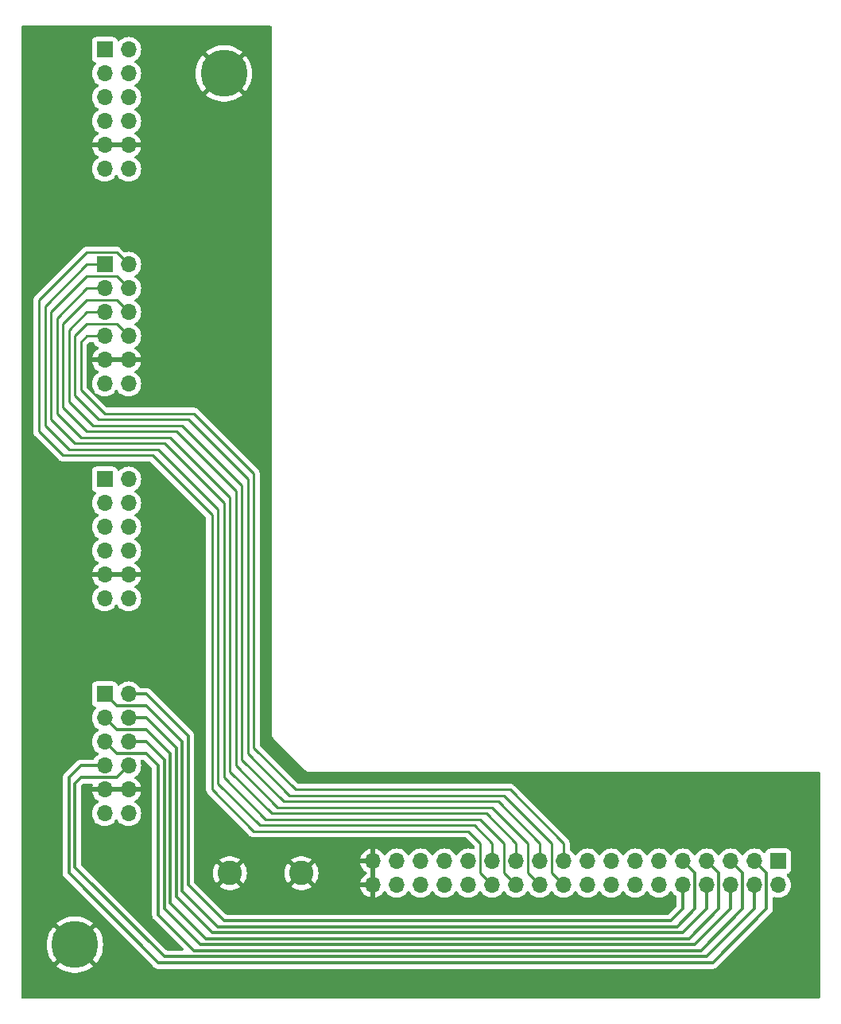
<source format=gbr>
%TF.GenerationSoftware,KiCad,Pcbnew,8.0.2*%
%TF.CreationDate,2024-05-14T21:46:34+09:00*%
%TF.ProjectId,Gender_A7-100_ArduinoDUE,47656e64-6572-45f4-9137-2d3130305f41,rev?*%
%TF.SameCoordinates,Original*%
%TF.FileFunction,Copper,L1,Top*%
%TF.FilePolarity,Positive*%
%FSLAX46Y46*%
G04 Gerber Fmt 4.6, Leading zero omitted, Abs format (unit mm)*
G04 Created by KiCad (PCBNEW 8.0.2) date 2024-05-14 21:46:34*
%MOMM*%
%LPD*%
G01*
G04 APERTURE LIST*
%TA.AperFunction,ComponentPad*%
%ADD10C,5.000000*%
%TD*%
%TA.AperFunction,ComponentPad*%
%ADD11C,2.600000*%
%TD*%
%TA.AperFunction,ComponentPad*%
%ADD12R,1.700000X1.700000*%
%TD*%
%TA.AperFunction,ComponentPad*%
%ADD13O,1.700000X1.700000*%
%TD*%
%TA.AperFunction,Conductor*%
%ADD14C,0.250000*%
%TD*%
%TA.AperFunction,Conductor*%
%ADD15C,0.300000*%
%TD*%
G04 APERTURE END LIST*
D10*
%TO.P,TP1,1,1*%
%TO.N,GND*%
X98425000Y-146050000D03*
%TD*%
D11*
%TO.P,TP3,1,1*%
%TO.N,GND*%
X122555000Y-138430000D03*
X114935000Y-138430000D03*
%TD*%
D10*
%TO.P,TP2,1,1*%
%TO.N,GND*%
X114300000Y-53340000D03*
%TD*%
D12*
%TO.P,JA1,1,Pin_1*%
%TO.N,Net-(J1-Pin_33)*%
X101600000Y-50800000D03*
D13*
%TO.P,JA1,2,Pin_2*%
%TO.N,Net-(J1-Pin_34)*%
X104140000Y-50800000D03*
%TO.P,JA1,3,Pin_3*%
%TO.N,Net-(J1-Pin_31)*%
X101600000Y-53340000D03*
%TO.P,JA1,4,Pin_4*%
%TO.N,Net-(J1-Pin_32)*%
X104140000Y-53340000D03*
%TO.P,JA1,5,Pin_5*%
%TO.N,Net-(J1-Pin_29)*%
X101600000Y-55880000D03*
%TO.P,JA1,6,Pin_6*%
%TO.N,Net-(J1-Pin_30)*%
X104140000Y-55880000D03*
%TO.P,JA1,7,Pin_7*%
%TO.N,Net-(J1-Pin_27)*%
X101600000Y-58420000D03*
%TO.P,JA1,8,Pin_8*%
%TO.N,Net-(J1-Pin_28)*%
X104140000Y-58420000D03*
%TO.P,JA1,9,Pin_9*%
%TO.N,GND*%
X101600000Y-60960000D03*
%TO.P,JA1,10,Pin_10*%
X104140000Y-60960000D03*
%TO.P,JA1,11,Pin_11*%
%TO.N,unconnected-(JA1-Pin_11-Pad11)*%
X101600000Y-63500000D03*
%TO.P,JA1,12,Pin_12*%
%TO.N,unconnected-(JA1-Pin_12-Pad12)*%
X104140000Y-63500000D03*
%TD*%
D12*
%TO.P,JC1,1,Pin_1*%
%TO.N,Net-(J1-Pin_17)*%
X101600000Y-96520000D03*
D13*
%TO.P,JC1,2,Pin_2*%
%TO.N,Net-(J1-Pin_18)*%
X104140000Y-96520000D03*
%TO.P,JC1,3,Pin_3*%
%TO.N,Net-(J1-Pin_15)*%
X101600000Y-99060000D03*
%TO.P,JC1,4,Pin_4*%
%TO.N,Net-(J1-Pin_16)*%
X104140000Y-99060000D03*
%TO.P,JC1,5,Pin_5*%
%TO.N,Net-(J1-Pin_13)*%
X101600000Y-101600000D03*
%TO.P,JC1,6,Pin_6*%
%TO.N,Net-(J1-Pin_14)*%
X104140000Y-101600000D03*
%TO.P,JC1,7,Pin_7*%
%TO.N,Net-(J1-Pin_11)*%
X101600000Y-104140000D03*
%TO.P,JC1,8,Pin_8*%
%TO.N,Net-(J1-Pin_12)*%
X104140000Y-104140000D03*
%TO.P,JC1,9,Pin_9*%
%TO.N,GND*%
X101600000Y-106680000D03*
%TO.P,JC1,10,Pin_10*%
X104140000Y-106680000D03*
%TO.P,JC1,11,Pin_11*%
%TO.N,unconnected-(JC1-Pin_11-Pad11)*%
X101600000Y-109220000D03*
%TO.P,JC1,12,Pin_12*%
%TO.N,unconnected-(JC1-Pin_12-Pad12)*%
X104140000Y-109220000D03*
%TD*%
D12*
%TO.P,JB1,1,Pin_1*%
%TO.N,Net-(J1-Pin_25)*%
X101600000Y-73660000D03*
D13*
%TO.P,JB1,2,Pin_2*%
%TO.N,Net-(J1-Pin_26)*%
X104140000Y-73660000D03*
%TO.P,JB1,3,Pin_3*%
%TO.N,Net-(J1-Pin_23)*%
X101600000Y-76200000D03*
%TO.P,JB1,4,Pin_4*%
%TO.N,Net-(J1-Pin_24)*%
X104140000Y-76200000D03*
%TO.P,JB1,5,Pin_5*%
%TO.N,Net-(J1-Pin_21)*%
X101600000Y-78740000D03*
%TO.P,JB1,6,Pin_6*%
%TO.N,Net-(J1-Pin_22)*%
X104140000Y-78740000D03*
%TO.P,JB1,7,Pin_7*%
%TO.N,Net-(J1-Pin_19)*%
X101600000Y-81280000D03*
%TO.P,JB1,8,Pin_8*%
%TO.N,Net-(J1-Pin_20)*%
X104140000Y-81280000D03*
%TO.P,JB1,9,Pin_9*%
%TO.N,GND*%
X101600000Y-83820000D03*
%TO.P,JB1,10,Pin_10*%
X104140000Y-83820000D03*
%TO.P,JB1,11,Pin_11*%
%TO.N,unconnected-(JB1-Pin_11-Pad11)*%
X101600000Y-86360000D03*
%TO.P,JB1,12,Pin_12*%
%TO.N,unconnected-(JB1-Pin_12-Pad12)*%
X104140000Y-86360000D03*
%TD*%
D12*
%TO.P,JD1,1,Pin_1*%
%TO.N,Net-(J1-Pin_9)*%
X101600000Y-119380000D03*
D13*
%TO.P,JD1,2,Pin_2*%
%TO.N,Net-(J1-Pin_10)*%
X104140000Y-119380000D03*
%TO.P,JD1,3,Pin_3*%
%TO.N,Net-(J1-Pin_7)*%
X101600000Y-121920000D03*
%TO.P,JD1,4,Pin_4*%
%TO.N,Net-(J1-Pin_8)*%
X104140000Y-121920000D03*
%TO.P,JD1,5,Pin_5*%
%TO.N,Net-(J1-Pin_5)*%
X101600000Y-124460000D03*
%TO.P,JD1,6,Pin_6*%
%TO.N,Net-(J1-Pin_6)*%
X104140000Y-124460000D03*
%TO.P,JD1,7,Pin_7*%
%TO.N,Net-(J1-Pin_3)*%
X101600000Y-127000000D03*
%TO.P,JD1,8,Pin_8*%
%TO.N,Net-(J1-Pin_4)*%
X104140000Y-127000000D03*
%TO.P,JD1,9,Pin_9*%
%TO.N,GND*%
X101600000Y-129540000D03*
%TO.P,JD1,10,Pin_10*%
X104140000Y-129540000D03*
%TO.P,JD1,11,Pin_11*%
%TO.N,unconnected-(JD1-Pin_11-Pad11)*%
X101600000Y-132080000D03*
%TO.P,JD1,12,Pin_12*%
%TO.N,unconnected-(JD1-Pin_12-Pad12)*%
X104140000Y-132080000D03*
%TD*%
D12*
%TO.P,J1,1,Pin_1*%
%TO.N,unconnected-(J1-Pin_1-Pad1)*%
X173355000Y-137160000D03*
D13*
%TO.P,J1,2,Pin_2*%
%TO.N,unconnected-(J1-Pin_2-Pad2)*%
X173355000Y-139700000D03*
%TO.P,J1,3,Pin_3*%
%TO.N,Net-(J1-Pin_3)*%
X170815000Y-137160000D03*
%TO.P,J1,4,Pin_4*%
%TO.N,Net-(J1-Pin_4)*%
X170815000Y-139700000D03*
%TO.P,J1,5,Pin_5*%
%TO.N,Net-(J1-Pin_5)*%
X168275000Y-137160000D03*
%TO.P,J1,6,Pin_6*%
%TO.N,Net-(J1-Pin_6)*%
X168275000Y-139700000D03*
%TO.P,J1,7,Pin_7*%
%TO.N,Net-(J1-Pin_7)*%
X165735000Y-137160000D03*
%TO.P,J1,8,Pin_8*%
%TO.N,Net-(J1-Pin_8)*%
X165735000Y-139700000D03*
%TO.P,J1,9,Pin_9*%
%TO.N,Net-(J1-Pin_9)*%
X163195000Y-137160000D03*
%TO.P,J1,10,Pin_10*%
%TO.N,Net-(J1-Pin_10)*%
X163195000Y-139700000D03*
%TO.P,J1,11,Pin_11*%
%TO.N,Net-(J1-Pin_11)*%
X160655000Y-137160000D03*
%TO.P,J1,12,Pin_12*%
%TO.N,Net-(J1-Pin_12)*%
X160655000Y-139700000D03*
%TO.P,J1,13,Pin_13*%
%TO.N,Net-(J1-Pin_13)*%
X158115000Y-137160000D03*
%TO.P,J1,14,Pin_14*%
%TO.N,Net-(J1-Pin_14)*%
X158115000Y-139700000D03*
%TO.P,J1,15,Pin_15*%
%TO.N,Net-(J1-Pin_15)*%
X155575000Y-137160000D03*
%TO.P,J1,16,Pin_16*%
%TO.N,Net-(J1-Pin_16)*%
X155575000Y-139700000D03*
%TO.P,J1,17,Pin_17*%
%TO.N,Net-(J1-Pin_17)*%
X153035000Y-137160000D03*
%TO.P,J1,18,Pin_18*%
%TO.N,Net-(J1-Pin_18)*%
X153035000Y-139700000D03*
%TO.P,J1,19,Pin_19*%
%TO.N,Net-(J1-Pin_19)*%
X150495000Y-137160000D03*
%TO.P,J1,20,Pin_20*%
%TO.N,Net-(J1-Pin_20)*%
X150495000Y-139700000D03*
%TO.P,J1,21,Pin_21*%
%TO.N,Net-(J1-Pin_21)*%
X147955000Y-137160000D03*
%TO.P,J1,22,Pin_22*%
%TO.N,Net-(J1-Pin_22)*%
X147955000Y-139700000D03*
%TO.P,J1,23,Pin_23*%
%TO.N,Net-(J1-Pin_23)*%
X145415000Y-137160000D03*
%TO.P,J1,24,Pin_24*%
%TO.N,Net-(J1-Pin_24)*%
X145415000Y-139700000D03*
%TO.P,J1,25,Pin_25*%
%TO.N,Net-(J1-Pin_25)*%
X142875000Y-137160000D03*
%TO.P,J1,26,Pin_26*%
%TO.N,Net-(J1-Pin_26)*%
X142875000Y-139700000D03*
%TO.P,J1,27,Pin_27*%
%TO.N,Net-(J1-Pin_27)*%
X140335000Y-137160000D03*
%TO.P,J1,28,Pin_28*%
%TO.N,Net-(J1-Pin_28)*%
X140335000Y-139700000D03*
%TO.P,J1,29,Pin_29*%
%TO.N,Net-(J1-Pin_29)*%
X137795000Y-137160000D03*
%TO.P,J1,30,Pin_30*%
%TO.N,Net-(J1-Pin_30)*%
X137795000Y-139700000D03*
%TO.P,J1,31,Pin_31*%
%TO.N,Net-(J1-Pin_31)*%
X135255000Y-137160000D03*
%TO.P,J1,32,Pin_32*%
%TO.N,Net-(J1-Pin_32)*%
X135255000Y-139700000D03*
%TO.P,J1,33,Pin_33*%
%TO.N,Net-(J1-Pin_33)*%
X132715000Y-137160000D03*
%TO.P,J1,34,Pin_34*%
%TO.N,Net-(J1-Pin_34)*%
X132715000Y-139700000D03*
%TO.P,J1,35,Pin_35*%
%TO.N,GND*%
X130175000Y-137160000D03*
%TO.P,J1,36,Pin_36*%
X130175000Y-139700000D03*
%TD*%
D14*
%TO.N,Net-(J1-Pin_26)*%
X141605000Y-138430000D02*
X142875000Y-139700000D01*
X141605000Y-135255000D02*
X141605000Y-138430000D01*
X140335000Y-133985000D02*
X141605000Y-135255000D01*
X117475000Y-133985000D02*
X140335000Y-133985000D01*
X113030000Y-129540000D02*
X117475000Y-133985000D01*
X97155000Y-93980000D02*
X106680000Y-93980000D01*
X94615000Y-77470000D02*
X94615000Y-91440000D01*
X99695000Y-72390000D02*
X94615000Y-77470000D01*
X106680000Y-93980000D02*
X113030000Y-100330000D01*
X102870000Y-72390000D02*
X99695000Y-72390000D01*
X104140000Y-73660000D02*
X102870000Y-72390000D01*
X94615000Y-91440000D02*
X97155000Y-93980000D01*
X113030000Y-100330000D02*
X113030000Y-129540000D01*
%TO.N,Net-(J1-Pin_24)*%
X144145000Y-138430000D02*
X145415000Y-139700000D01*
X144145000Y-135255000D02*
X144145000Y-138430000D01*
X141605000Y-132715000D02*
X144145000Y-135255000D01*
X118745000Y-132715000D02*
X141605000Y-132715000D01*
X114300000Y-128270000D02*
X118745000Y-132715000D01*
X114300000Y-99060000D02*
X114300000Y-128270000D01*
X107950000Y-92710000D02*
X114300000Y-99060000D01*
X95885000Y-78740000D02*
X95885000Y-90170000D01*
X99695000Y-74930000D02*
X95885000Y-78740000D01*
X102870000Y-74930000D02*
X99695000Y-74930000D01*
X104140000Y-76200000D02*
X102870000Y-74930000D01*
X95885000Y-90170000D02*
X98425000Y-92710000D01*
X98425000Y-92710000D02*
X107950000Y-92710000D01*
%TO.N,Net-(J1-Pin_19)*%
X150495000Y-135255000D02*
X150495000Y-137160000D01*
X144780000Y-129540000D02*
X150495000Y-135255000D01*
X121920000Y-129540000D02*
X144780000Y-129540000D01*
X117475000Y-125095000D02*
X121920000Y-129540000D01*
X111125000Y-89535000D02*
X117475000Y-95885000D01*
X101600000Y-89535000D02*
X111125000Y-89535000D01*
X99060000Y-86995000D02*
X101600000Y-89535000D01*
X117475000Y-95885000D02*
X117475000Y-125095000D01*
X99060000Y-81915000D02*
X99060000Y-86995000D01*
X99695000Y-81280000D02*
X99060000Y-81915000D01*
X101600000Y-81280000D02*
X99695000Y-81280000D01*
%TO.N,Net-(J1-Pin_20)*%
X149225000Y-138430000D02*
X150495000Y-139700000D01*
X149225000Y-135255000D02*
X149225000Y-138430000D01*
X116840000Y-125730000D02*
X121285000Y-130175000D01*
X116840000Y-96520000D02*
X116840000Y-125730000D01*
X98425000Y-81280000D02*
X98425000Y-87630000D01*
X98425000Y-87630000D02*
X100965000Y-90170000D01*
X144145000Y-130175000D02*
X149225000Y-135255000D01*
X99695000Y-80010000D02*
X98425000Y-81280000D01*
X102870000Y-80010000D02*
X99695000Y-80010000D01*
X110490000Y-90170000D02*
X116840000Y-96520000D01*
X100965000Y-90170000D02*
X110490000Y-90170000D01*
X104140000Y-81280000D02*
X102870000Y-80010000D01*
X121285000Y-130175000D02*
X144145000Y-130175000D01*
%TO.N,Net-(J1-Pin_22)*%
X146685000Y-138430000D02*
X147955000Y-139700000D01*
X142875000Y-131445000D02*
X146685000Y-135255000D01*
X120015000Y-131445000D02*
X142875000Y-131445000D01*
X115570000Y-127000000D02*
X120015000Y-131445000D01*
X146685000Y-135255000D02*
X146685000Y-138430000D01*
X109220000Y-91440000D02*
X115570000Y-97790000D01*
X97155000Y-80010000D02*
X97155000Y-88900000D01*
X99695000Y-91440000D02*
X109220000Y-91440000D01*
X97155000Y-88900000D02*
X99695000Y-91440000D01*
X99695000Y-77470000D02*
X97155000Y-80010000D01*
X115570000Y-97790000D02*
X115570000Y-127000000D01*
X102870000Y-77470000D02*
X99695000Y-77470000D01*
X104140000Y-78740000D02*
X102870000Y-77470000D01*
%TO.N,Net-(J1-Pin_23)*%
X145415000Y-135255000D02*
X145415000Y-137160000D01*
X142240000Y-132080000D02*
X145415000Y-135255000D01*
X119380000Y-132080000D02*
X142240000Y-132080000D01*
X114935000Y-127635000D02*
X119380000Y-132080000D01*
X99060000Y-92075000D02*
X108585000Y-92075000D01*
X96520000Y-79375000D02*
X96520000Y-89535000D01*
X108585000Y-92075000D02*
X114935000Y-98425000D01*
X96520000Y-89535000D02*
X99060000Y-92075000D01*
X99695000Y-76200000D02*
X96520000Y-79375000D01*
X101600000Y-76200000D02*
X99695000Y-76200000D01*
X114935000Y-98425000D02*
X114935000Y-127635000D01*
%TO.N,Net-(J1-Pin_25)*%
X99695000Y-73660000D02*
X101600000Y-73660000D01*
X95250000Y-78105000D02*
X99695000Y-73660000D01*
X95250000Y-90805000D02*
X95250000Y-78105000D01*
X113665000Y-99695000D02*
X107315000Y-93345000D01*
X97790000Y-93345000D02*
X95250000Y-90805000D01*
X118110000Y-133350000D02*
X113665000Y-128905000D01*
X113665000Y-128905000D02*
X113665000Y-99695000D01*
X140970000Y-133350000D02*
X118110000Y-133350000D01*
X107315000Y-93345000D02*
X97790000Y-93345000D01*
X142875000Y-135255000D02*
X140970000Y-133350000D01*
X142875000Y-137160000D02*
X142875000Y-135255000D01*
D15*
%TO.N,Net-(J1-Pin_3)*%
X166370000Y-147955000D02*
X172085000Y-142240000D01*
X172085000Y-138430000D02*
X170815000Y-137160000D01*
X97790000Y-138430000D02*
X107315000Y-147955000D01*
X107315000Y-147955000D02*
X166370000Y-147955000D01*
X97790000Y-128270000D02*
X97790000Y-138430000D01*
X101600000Y-127000000D02*
X99060000Y-127000000D01*
X99060000Y-127000000D02*
X97790000Y-128270000D01*
X172085000Y-142240000D02*
X172085000Y-138430000D01*
%TO.N,Net-(J1-Pin_10)*%
X110490000Y-139700000D02*
X110490000Y-123825000D01*
X110490000Y-123825000D02*
X106045000Y-119380000D01*
X114300000Y-143510000D02*
X110490000Y-139700000D01*
X161925000Y-143510000D02*
X114300000Y-143510000D01*
X106045000Y-119380000D02*
X104140000Y-119380000D01*
X163195000Y-139700000D02*
X163195000Y-142240000D01*
X163195000Y-142240000D02*
X161925000Y-143510000D01*
%TO.N,Net-(J1-Pin_9)*%
X102870000Y-120650000D02*
X101600000Y-119380000D01*
X109855000Y-124460000D02*
X106045000Y-120650000D01*
X109855000Y-140335000D02*
X109855000Y-124460000D01*
X162560000Y-144145000D02*
X113665000Y-144145000D01*
X164465000Y-142240000D02*
X162560000Y-144145000D01*
X113665000Y-144145000D02*
X109855000Y-140335000D01*
X164465000Y-138430000D02*
X164465000Y-142240000D01*
X163195000Y-137160000D02*
X164465000Y-138430000D01*
X106045000Y-120650000D02*
X102870000Y-120650000D01*
%TO.N,Net-(J1-Pin_8)*%
X109220000Y-125095000D02*
X106045000Y-121920000D01*
X109220000Y-140970000D02*
X109220000Y-125095000D01*
X163195000Y-144780000D02*
X113030000Y-144780000D01*
X106045000Y-121920000D02*
X104140000Y-121920000D01*
X165735000Y-142240000D02*
X163195000Y-144780000D01*
X165735000Y-139700000D02*
X165735000Y-142240000D01*
X113030000Y-144780000D02*
X109220000Y-140970000D01*
%TO.N,Net-(J1-Pin_7)*%
X102870000Y-123190000D02*
X101600000Y-121920000D01*
X106045000Y-123190000D02*
X102870000Y-123190000D01*
X112395000Y-145415000D02*
X108585000Y-141605000D01*
X108585000Y-141605000D02*
X108585000Y-125730000D01*
X163830000Y-145415000D02*
X112395000Y-145415000D01*
X167005000Y-138430000D02*
X167005000Y-142240000D01*
X165735000Y-137160000D02*
X167005000Y-138430000D01*
X167005000Y-142240000D02*
X163830000Y-145415000D01*
X108585000Y-125730000D02*
X106045000Y-123190000D01*
%TO.N,Net-(J1-Pin_6)*%
X107950000Y-126365000D02*
X106045000Y-124460000D01*
X107950000Y-142240000D02*
X107950000Y-126365000D01*
X111760000Y-146050000D02*
X107950000Y-142240000D01*
X164465000Y-146050000D02*
X111760000Y-146050000D01*
X106045000Y-124460000D02*
X104140000Y-124460000D01*
X168275000Y-142240000D02*
X164465000Y-146050000D01*
X168275000Y-139700000D02*
X168275000Y-142240000D01*
%TO.N,Net-(J1-Pin_5)*%
X102870000Y-125730000D02*
X101600000Y-124460000D01*
X106045000Y-125730000D02*
X102870000Y-125730000D01*
X107315000Y-127000000D02*
X106045000Y-125730000D01*
X107315000Y-142875000D02*
X107315000Y-127000000D01*
X111125000Y-146685000D02*
X107315000Y-142875000D01*
X169545000Y-142240000D02*
X165100000Y-146685000D01*
X169545000Y-138430000D02*
X169545000Y-142240000D01*
X168275000Y-137160000D02*
X169545000Y-138430000D01*
X165100000Y-146685000D02*
X111125000Y-146685000D01*
%TO.N,Net-(J1-Pin_4)*%
X170815000Y-142240000D02*
X170815000Y-139700000D01*
X107950000Y-147320000D02*
X165735000Y-147320000D01*
X99060000Y-128270000D02*
X98425000Y-128905000D01*
X98425000Y-128905000D02*
X98425000Y-137795000D01*
X98425000Y-137795000D02*
X107950000Y-147320000D01*
X165735000Y-147320000D02*
X170815000Y-142240000D01*
X102870000Y-128270000D02*
X99060000Y-128270000D01*
X104140000Y-127000000D02*
X102870000Y-128270000D01*
D14*
%TO.N,Net-(J1-Pin_21)*%
X147955000Y-135255000D02*
X147955000Y-137160000D01*
X143510000Y-130810000D02*
X147955000Y-135255000D01*
X120650000Y-130810000D02*
X143510000Y-130810000D01*
X116205000Y-126365000D02*
X120650000Y-130810000D01*
X116205000Y-97155000D02*
X116205000Y-126365000D01*
X100330000Y-90805000D02*
X109855000Y-90805000D01*
X97790000Y-88265000D02*
X100330000Y-90805000D01*
X109855000Y-90805000D02*
X116205000Y-97155000D01*
X99695000Y-78740000D02*
X97790000Y-80645000D01*
X101600000Y-78740000D02*
X99695000Y-78740000D01*
X97790000Y-80645000D02*
X97790000Y-88265000D01*
%TD*%
%TA.AperFunction,Conductor*%
%TO.N,GND*%
G36*
X105791231Y-126400185D02*
G01*
X105811873Y-126416819D01*
X106628181Y-127233126D01*
X106661666Y-127294449D01*
X106664500Y-127320807D01*
X106664500Y-142939070D01*
X106677560Y-143004723D01*
X106677560Y-143004725D01*
X106689497Y-143064736D01*
X106689499Y-143064744D01*
X106738534Y-143183125D01*
X106809726Y-143289673D01*
X106809727Y-143289674D01*
X109977873Y-146457819D01*
X110011358Y-146519142D01*
X110006374Y-146588834D01*
X109964502Y-146644767D01*
X109899038Y-146669184D01*
X109890192Y-146669500D01*
X108270807Y-146669500D01*
X108203768Y-146649815D01*
X108183126Y-146633181D01*
X99111819Y-137561873D01*
X99078334Y-137500550D01*
X99075500Y-137474192D01*
X99075500Y-129225808D01*
X99095185Y-129158769D01*
X99111819Y-129138127D01*
X99293127Y-128956819D01*
X99354450Y-128923334D01*
X99380808Y-128920500D01*
X100206772Y-128920500D01*
X100273811Y-128940185D01*
X100319566Y-128992989D01*
X100329510Y-129062147D01*
X100326547Y-129076594D01*
X100269364Y-129289999D01*
X100269364Y-129290000D01*
X101166988Y-129290000D01*
X101134075Y-129347007D01*
X101100000Y-129474174D01*
X101100000Y-129605826D01*
X101134075Y-129732993D01*
X101166988Y-129790000D01*
X100269364Y-129790000D01*
X100326567Y-130003486D01*
X100326570Y-130003492D01*
X100426399Y-130217578D01*
X100561894Y-130411082D01*
X100728917Y-130578105D01*
X100914595Y-130708119D01*
X100958219Y-130762696D01*
X100965412Y-130832195D01*
X100933890Y-130894549D01*
X100914595Y-130911269D01*
X100728594Y-131041508D01*
X100561505Y-131208597D01*
X100425965Y-131402169D01*
X100425964Y-131402171D01*
X100326098Y-131616335D01*
X100326094Y-131616344D01*
X100264938Y-131844586D01*
X100264936Y-131844596D01*
X100244341Y-132079999D01*
X100244341Y-132080000D01*
X100264936Y-132315403D01*
X100264938Y-132315413D01*
X100326094Y-132543655D01*
X100326096Y-132543659D01*
X100326097Y-132543663D01*
X100330000Y-132552032D01*
X100425965Y-132757830D01*
X100425967Y-132757834D01*
X100534281Y-132912521D01*
X100561505Y-132951401D01*
X100728599Y-133118495D01*
X100825384Y-133186265D01*
X100922165Y-133254032D01*
X100922167Y-133254033D01*
X100922170Y-133254035D01*
X101136337Y-133353903D01*
X101364592Y-133415063D01*
X101552918Y-133431539D01*
X101599999Y-133435659D01*
X101600000Y-133435659D01*
X101600001Y-133435659D01*
X101639234Y-133432226D01*
X101835408Y-133415063D01*
X102063663Y-133353903D01*
X102277830Y-133254035D01*
X102471401Y-133118495D01*
X102638495Y-132951401D01*
X102768425Y-132765842D01*
X102823002Y-132722217D01*
X102892500Y-132715023D01*
X102954855Y-132746546D01*
X102971575Y-132765842D01*
X103101500Y-132951395D01*
X103101505Y-132951401D01*
X103268599Y-133118495D01*
X103365384Y-133186265D01*
X103462165Y-133254032D01*
X103462167Y-133254033D01*
X103462170Y-133254035D01*
X103676337Y-133353903D01*
X103904592Y-133415063D01*
X104092918Y-133431539D01*
X104139999Y-133435659D01*
X104140000Y-133435659D01*
X104140001Y-133435659D01*
X104179234Y-133432226D01*
X104375408Y-133415063D01*
X104603663Y-133353903D01*
X104817830Y-133254035D01*
X105011401Y-133118495D01*
X105178495Y-132951401D01*
X105314035Y-132757830D01*
X105413903Y-132543663D01*
X105475063Y-132315408D01*
X105495659Y-132080000D01*
X105475063Y-131844592D01*
X105413903Y-131616337D01*
X105314035Y-131402171D01*
X105308425Y-131394158D01*
X105178494Y-131208597D01*
X105011402Y-131041506D01*
X105011401Y-131041505D01*
X104825405Y-130911269D01*
X104781781Y-130856692D01*
X104774588Y-130787193D01*
X104806110Y-130724839D01*
X104825405Y-130708119D01*
X105011082Y-130578105D01*
X105178105Y-130411082D01*
X105313600Y-130217578D01*
X105413429Y-130003492D01*
X105413432Y-130003486D01*
X105470636Y-129790000D01*
X104573012Y-129790000D01*
X104605925Y-129732993D01*
X104640000Y-129605826D01*
X104640000Y-129474174D01*
X104605925Y-129347007D01*
X104573012Y-129290000D01*
X105470636Y-129290000D01*
X105470635Y-129289999D01*
X105413432Y-129076513D01*
X105413429Y-129076507D01*
X105313600Y-128862422D01*
X105313599Y-128862420D01*
X105178113Y-128668926D01*
X105178108Y-128668920D01*
X105011078Y-128501890D01*
X104825405Y-128371879D01*
X104781780Y-128317302D01*
X104774588Y-128247804D01*
X104806110Y-128185449D01*
X104825406Y-128168730D01*
X105011401Y-128038495D01*
X105178495Y-127871401D01*
X105314035Y-127677830D01*
X105413903Y-127463663D01*
X105475063Y-127235408D01*
X105495659Y-127000000D01*
X105475063Y-126764592D01*
X105413972Y-126536593D01*
X105415635Y-126466743D01*
X105454798Y-126408881D01*
X105519026Y-126381377D01*
X105533747Y-126380500D01*
X105724192Y-126380500D01*
X105791231Y-126400185D01*
G37*
%TD.AperFunction*%
%TA.AperFunction,Conductor*%
G36*
X130425000Y-139266988D02*
G01*
X130367993Y-139234075D01*
X130240826Y-139200000D01*
X130109174Y-139200000D01*
X129982007Y-139234075D01*
X129925000Y-139266988D01*
X129925000Y-137593012D01*
X129982007Y-137625925D01*
X130109174Y-137660000D01*
X130240826Y-137660000D01*
X130367993Y-137625925D01*
X130425000Y-137593012D01*
X130425000Y-139266988D01*
G37*
%TD.AperFunction*%
%TA.AperFunction,Conductor*%
G36*
X103674075Y-129347007D02*
G01*
X103640000Y-129474174D01*
X103640000Y-129605826D01*
X103674075Y-129732993D01*
X103706988Y-129790000D01*
X102033012Y-129790000D01*
X102065925Y-129732993D01*
X102100000Y-129605826D01*
X102100000Y-129474174D01*
X102065925Y-129347007D01*
X102033012Y-129290000D01*
X103706988Y-129290000D01*
X103674075Y-129347007D01*
G37*
%TD.AperFunction*%
%TA.AperFunction,Conductor*%
G36*
X103674075Y-83627007D02*
G01*
X103640000Y-83754174D01*
X103640000Y-83885826D01*
X103674075Y-84012993D01*
X103706988Y-84070000D01*
X102033012Y-84070000D01*
X102065925Y-84012993D01*
X102100000Y-83885826D01*
X102100000Y-83754174D01*
X102065925Y-83627007D01*
X102033012Y-83570000D01*
X103706988Y-83570000D01*
X103674075Y-83627007D01*
G37*
%TD.AperFunction*%
%TA.AperFunction,Conductor*%
G36*
X103674075Y-106487007D02*
G01*
X103640000Y-106614174D01*
X103640000Y-106745826D01*
X103674075Y-106872993D01*
X103706988Y-106930000D01*
X102033012Y-106930000D01*
X102065925Y-106872993D01*
X102100000Y-106745826D01*
X102100000Y-106614174D01*
X102065925Y-106487007D01*
X102033012Y-106430000D01*
X103706988Y-106430000D01*
X103674075Y-106487007D01*
G37*
%TD.AperFunction*%
%TA.AperFunction,Conductor*%
G36*
X103674075Y-60767007D02*
G01*
X103640000Y-60894174D01*
X103640000Y-61025826D01*
X103674075Y-61152993D01*
X103706988Y-61210000D01*
X102033012Y-61210000D01*
X102065925Y-61152993D01*
X102100000Y-61025826D01*
X102100000Y-60894174D01*
X102065925Y-60767007D01*
X102033012Y-60710000D01*
X103706988Y-60710000D01*
X103674075Y-60767007D01*
G37*
%TD.AperFunction*%
%TA.AperFunction,Conductor*%
G36*
X119323039Y-48279685D02*
G01*
X119368794Y-48332489D01*
X119380000Y-48384000D01*
X119380000Y-123825000D01*
X119516116Y-123961116D01*
X119544881Y-124010933D01*
X119545498Y-124010678D01*
X119547438Y-124015361D01*
X119548208Y-124016695D01*
X119548606Y-124018183D01*
X119548607Y-124018185D01*
X119548608Y-124018186D01*
X119614500Y-124132314D01*
X122789500Y-127307314D01*
X122882686Y-127400500D01*
X122962905Y-127446815D01*
X122996810Y-127466390D01*
X122996814Y-127466392D01*
X122998295Y-127466788D01*
X122999620Y-127467554D01*
X123004321Y-127469501D01*
X123004064Y-127470119D01*
X123053882Y-127498882D01*
X123190000Y-127635000D01*
X177676000Y-127635000D01*
X177743039Y-127654685D01*
X177788794Y-127707489D01*
X177800000Y-127759000D01*
X177800000Y-151641000D01*
X177780315Y-151708039D01*
X177727511Y-151753794D01*
X177676000Y-151765000D01*
X92834000Y-151765000D01*
X92766961Y-151745315D01*
X92721206Y-151692511D01*
X92710000Y-151641000D01*
X92710000Y-146049996D01*
X95419916Y-146049996D01*
X95419916Y-146050003D01*
X95440235Y-146398869D01*
X95440236Y-146398880D01*
X95500914Y-146743002D01*
X95500916Y-146743011D01*
X95601145Y-147077800D01*
X95739555Y-147398670D01*
X95739561Y-147398683D01*
X95914289Y-147701322D01*
X96122967Y-147981625D01*
X96131148Y-147990296D01*
X96845079Y-147276365D01*
X96918094Y-147371521D01*
X97103479Y-147556906D01*
X97198632Y-147629919D01*
X96487818Y-148340733D01*
X96487819Y-148340734D01*
X96630484Y-148460445D01*
X96922461Y-148652480D01*
X97234739Y-148809314D01*
X97234745Y-148809316D01*
X97563130Y-148928838D01*
X97563133Y-148928839D01*
X97903171Y-149009429D01*
X98250276Y-149049999D01*
X98250277Y-149050000D01*
X98599723Y-149050000D01*
X98599723Y-149049999D01*
X98946827Y-149009429D01*
X98946829Y-149009429D01*
X99286866Y-148928839D01*
X99286869Y-148928838D01*
X99615254Y-148809316D01*
X99615260Y-148809314D01*
X99927538Y-148652480D01*
X100219509Y-148460449D01*
X100219510Y-148460448D01*
X100362179Y-148340734D01*
X100362180Y-148340733D01*
X99651367Y-147629919D01*
X99746521Y-147556906D01*
X99931906Y-147371521D01*
X100004919Y-147276367D01*
X100718849Y-147990297D01*
X100718851Y-147990296D01*
X100727022Y-147981636D01*
X100727033Y-147981623D01*
X100935710Y-147701322D01*
X101110438Y-147398683D01*
X101110444Y-147398670D01*
X101248854Y-147077800D01*
X101349083Y-146743011D01*
X101349085Y-146743002D01*
X101409763Y-146398880D01*
X101409764Y-146398869D01*
X101430084Y-146050003D01*
X101430084Y-146049996D01*
X101409764Y-145701130D01*
X101409763Y-145701119D01*
X101349085Y-145356997D01*
X101349083Y-145356988D01*
X101248854Y-145022199D01*
X101110444Y-144701329D01*
X101110438Y-144701316D01*
X100935710Y-144398677D01*
X100727032Y-144118374D01*
X100718850Y-144109702D01*
X100004919Y-144823632D01*
X99931906Y-144728479D01*
X99746521Y-144543094D01*
X99651366Y-144470079D01*
X100362180Y-143759265D01*
X100362179Y-143759264D01*
X100219519Y-143639557D01*
X99927538Y-143447519D01*
X99615260Y-143290685D01*
X99615254Y-143290683D01*
X99286869Y-143171161D01*
X99286866Y-143171160D01*
X98946828Y-143090570D01*
X98599723Y-143050000D01*
X98250277Y-143050000D01*
X97903172Y-143090570D01*
X97903170Y-143090570D01*
X97563133Y-143171160D01*
X97563130Y-143171161D01*
X97234745Y-143290683D01*
X97234739Y-143290685D01*
X96922461Y-143447519D01*
X96630480Y-143639557D01*
X96487819Y-143759264D01*
X96487818Y-143759265D01*
X97198633Y-144470079D01*
X97103479Y-144543094D01*
X96918094Y-144728479D01*
X96845080Y-144823633D01*
X96131148Y-144109701D01*
X96131147Y-144109702D01*
X96122976Y-144118363D01*
X96122972Y-144118368D01*
X95914289Y-144398677D01*
X95739561Y-144701316D01*
X95739555Y-144701329D01*
X95601145Y-145022199D01*
X95500916Y-145356988D01*
X95500914Y-145356997D01*
X95440236Y-145701119D01*
X95440235Y-145701130D01*
X95419916Y-146049996D01*
X92710000Y-146049996D01*
X92710000Y-99059999D01*
X100244341Y-99059999D01*
X100244341Y-99060000D01*
X100264936Y-99295403D01*
X100264938Y-99295413D01*
X100326094Y-99523655D01*
X100326096Y-99523659D01*
X100326097Y-99523663D01*
X100330000Y-99532032D01*
X100425965Y-99737830D01*
X100425967Y-99737834D01*
X100534281Y-99892521D01*
X100561501Y-99931396D01*
X100561506Y-99931402D01*
X100728597Y-100098493D01*
X100728603Y-100098498D01*
X100914158Y-100228425D01*
X100957783Y-100283002D01*
X100964977Y-100352500D01*
X100933454Y-100414855D01*
X100914158Y-100431575D01*
X100728597Y-100561505D01*
X100561505Y-100728597D01*
X100425965Y-100922169D01*
X100425964Y-100922171D01*
X100326098Y-101136335D01*
X100326094Y-101136344D01*
X100264938Y-101364586D01*
X100264936Y-101364596D01*
X100244341Y-101599999D01*
X100244341Y-101600000D01*
X100264936Y-101835403D01*
X100264938Y-101835413D01*
X100326094Y-102063655D01*
X100326096Y-102063659D01*
X100326097Y-102063663D01*
X100330000Y-102072032D01*
X100425965Y-102277830D01*
X100425967Y-102277834D01*
X100534281Y-102432521D01*
X100561501Y-102471396D01*
X100561506Y-102471402D01*
X100728597Y-102638493D01*
X100728603Y-102638498D01*
X100914158Y-102768425D01*
X100957783Y-102823002D01*
X100964977Y-102892500D01*
X100933454Y-102954855D01*
X100914158Y-102971575D01*
X100728597Y-103101505D01*
X100561505Y-103268597D01*
X100425965Y-103462169D01*
X100425964Y-103462171D01*
X100326098Y-103676335D01*
X100326094Y-103676344D01*
X100264938Y-103904586D01*
X100264936Y-103904596D01*
X100244341Y-104139999D01*
X100244341Y-104140000D01*
X100264936Y-104375403D01*
X100264938Y-104375413D01*
X100326094Y-104603655D01*
X100326096Y-104603659D01*
X100326097Y-104603663D01*
X100330000Y-104612032D01*
X100425965Y-104817830D01*
X100425967Y-104817834D01*
X100534281Y-104972521D01*
X100561501Y-105011396D01*
X100561506Y-105011402D01*
X100728597Y-105178493D01*
X100728603Y-105178498D01*
X100914594Y-105308730D01*
X100958219Y-105363307D01*
X100965413Y-105432805D01*
X100933890Y-105495160D01*
X100914595Y-105511880D01*
X100728922Y-105641890D01*
X100728920Y-105641891D01*
X100561891Y-105808920D01*
X100561886Y-105808926D01*
X100426400Y-106002420D01*
X100426399Y-106002422D01*
X100326570Y-106216507D01*
X100326567Y-106216513D01*
X100269364Y-106429999D01*
X100269364Y-106430000D01*
X101166988Y-106430000D01*
X101134075Y-106487007D01*
X101100000Y-106614174D01*
X101100000Y-106745826D01*
X101134075Y-106872993D01*
X101166988Y-106930000D01*
X100269364Y-106930000D01*
X100326567Y-107143486D01*
X100326570Y-107143492D01*
X100426399Y-107357578D01*
X100561894Y-107551082D01*
X100728917Y-107718105D01*
X100914595Y-107848119D01*
X100958219Y-107902696D01*
X100965412Y-107972195D01*
X100933890Y-108034549D01*
X100914595Y-108051269D01*
X100728594Y-108181508D01*
X100561505Y-108348597D01*
X100425965Y-108542169D01*
X100425964Y-108542171D01*
X100326098Y-108756335D01*
X100326094Y-108756344D01*
X100264938Y-108984586D01*
X100264936Y-108984596D01*
X100244341Y-109219999D01*
X100244341Y-109220000D01*
X100264936Y-109455403D01*
X100264938Y-109455413D01*
X100326094Y-109683655D01*
X100326096Y-109683659D01*
X100326097Y-109683663D01*
X100330000Y-109692032D01*
X100425965Y-109897830D01*
X100425967Y-109897834D01*
X100534281Y-110052521D01*
X100561505Y-110091401D01*
X100728599Y-110258495D01*
X100825384Y-110326265D01*
X100922165Y-110394032D01*
X100922167Y-110394033D01*
X100922170Y-110394035D01*
X101136337Y-110493903D01*
X101364592Y-110555063D01*
X101552918Y-110571539D01*
X101599999Y-110575659D01*
X101600000Y-110575659D01*
X101600001Y-110575659D01*
X101639234Y-110572226D01*
X101835408Y-110555063D01*
X102063663Y-110493903D01*
X102277830Y-110394035D01*
X102471401Y-110258495D01*
X102638495Y-110091401D01*
X102768425Y-109905842D01*
X102823002Y-109862217D01*
X102892500Y-109855023D01*
X102954855Y-109886546D01*
X102971575Y-109905842D01*
X103101500Y-110091395D01*
X103101505Y-110091401D01*
X103268599Y-110258495D01*
X103365384Y-110326265D01*
X103462165Y-110394032D01*
X103462167Y-110394033D01*
X103462170Y-110394035D01*
X103676337Y-110493903D01*
X103904592Y-110555063D01*
X104092918Y-110571539D01*
X104139999Y-110575659D01*
X104140000Y-110575659D01*
X104140001Y-110575659D01*
X104179234Y-110572226D01*
X104375408Y-110555063D01*
X104603663Y-110493903D01*
X104817830Y-110394035D01*
X105011401Y-110258495D01*
X105178495Y-110091401D01*
X105314035Y-109897830D01*
X105413903Y-109683663D01*
X105475063Y-109455408D01*
X105495659Y-109220000D01*
X105475063Y-108984592D01*
X105413903Y-108756337D01*
X105314035Y-108542171D01*
X105308425Y-108534158D01*
X105178494Y-108348597D01*
X105011402Y-108181506D01*
X105011401Y-108181505D01*
X104825405Y-108051269D01*
X104781781Y-107996692D01*
X104774588Y-107927193D01*
X104806110Y-107864839D01*
X104825405Y-107848119D01*
X105011082Y-107718105D01*
X105178105Y-107551082D01*
X105313600Y-107357578D01*
X105413429Y-107143492D01*
X105413432Y-107143486D01*
X105470636Y-106930000D01*
X104573012Y-106930000D01*
X104605925Y-106872993D01*
X104640000Y-106745826D01*
X104640000Y-106614174D01*
X104605925Y-106487007D01*
X104573012Y-106430000D01*
X105470636Y-106430000D01*
X105470635Y-106429999D01*
X105413432Y-106216513D01*
X105413429Y-106216507D01*
X105313600Y-106002422D01*
X105313599Y-106002420D01*
X105178113Y-105808926D01*
X105178108Y-105808920D01*
X105011078Y-105641890D01*
X104825405Y-105511879D01*
X104781780Y-105457302D01*
X104774588Y-105387804D01*
X104806110Y-105325449D01*
X104825406Y-105308730D01*
X105011401Y-105178495D01*
X105178495Y-105011401D01*
X105314035Y-104817830D01*
X105413903Y-104603663D01*
X105475063Y-104375408D01*
X105495659Y-104140000D01*
X105475063Y-103904592D01*
X105413903Y-103676337D01*
X105314035Y-103462171D01*
X105308425Y-103454158D01*
X105178494Y-103268597D01*
X105011402Y-103101506D01*
X105011396Y-103101501D01*
X104825842Y-102971575D01*
X104782217Y-102916998D01*
X104775023Y-102847500D01*
X104806546Y-102785145D01*
X104825842Y-102768425D01*
X104848026Y-102752891D01*
X105011401Y-102638495D01*
X105178495Y-102471401D01*
X105314035Y-102277830D01*
X105413903Y-102063663D01*
X105475063Y-101835408D01*
X105495659Y-101600000D01*
X105475063Y-101364592D01*
X105413903Y-101136337D01*
X105314035Y-100922171D01*
X105308425Y-100914158D01*
X105178494Y-100728597D01*
X105011402Y-100561506D01*
X105011396Y-100561501D01*
X104825842Y-100431575D01*
X104782217Y-100376998D01*
X104775023Y-100307500D01*
X104806546Y-100245145D01*
X104825842Y-100228425D01*
X104848026Y-100212891D01*
X105011401Y-100098495D01*
X105178495Y-99931401D01*
X105314035Y-99737830D01*
X105413903Y-99523663D01*
X105475063Y-99295408D01*
X105495659Y-99060000D01*
X105475063Y-98824592D01*
X105413903Y-98596337D01*
X105314035Y-98382171D01*
X105308425Y-98374158D01*
X105178494Y-98188597D01*
X105011402Y-98021506D01*
X105011396Y-98021501D01*
X104825842Y-97891575D01*
X104782217Y-97836998D01*
X104775023Y-97767500D01*
X104806546Y-97705145D01*
X104825842Y-97688425D01*
X104848026Y-97672891D01*
X105011401Y-97558495D01*
X105178495Y-97391401D01*
X105314035Y-97197830D01*
X105413903Y-96983663D01*
X105475063Y-96755408D01*
X105495659Y-96520000D01*
X105475063Y-96284592D01*
X105413903Y-96056337D01*
X105314035Y-95842171D01*
X105300888Y-95823394D01*
X105178494Y-95648597D01*
X105011402Y-95481506D01*
X105011395Y-95481501D01*
X104817834Y-95345967D01*
X104817830Y-95345965D01*
X104817828Y-95345964D01*
X104603663Y-95246097D01*
X104603659Y-95246096D01*
X104603655Y-95246094D01*
X104375413Y-95184938D01*
X104375403Y-95184936D01*
X104140001Y-95164341D01*
X104139999Y-95164341D01*
X103904596Y-95184936D01*
X103904586Y-95184938D01*
X103676344Y-95246094D01*
X103676335Y-95246098D01*
X103462171Y-95345964D01*
X103462169Y-95345965D01*
X103268600Y-95481503D01*
X103146673Y-95603430D01*
X103085350Y-95636914D01*
X103015658Y-95631930D01*
X102959725Y-95590058D01*
X102942810Y-95559081D01*
X102893797Y-95427671D01*
X102893793Y-95427664D01*
X102807547Y-95312455D01*
X102807544Y-95312452D01*
X102692335Y-95226206D01*
X102692328Y-95226202D01*
X102557482Y-95175908D01*
X102557483Y-95175908D01*
X102497883Y-95169501D01*
X102497881Y-95169500D01*
X102497873Y-95169500D01*
X102497864Y-95169500D01*
X100702129Y-95169500D01*
X100702123Y-95169501D01*
X100642516Y-95175908D01*
X100507671Y-95226202D01*
X100507664Y-95226206D01*
X100392455Y-95312452D01*
X100392452Y-95312455D01*
X100306206Y-95427664D01*
X100306202Y-95427671D01*
X100255908Y-95562517D01*
X100249501Y-95622116D01*
X100249500Y-95622135D01*
X100249500Y-97417870D01*
X100249501Y-97417876D01*
X100255908Y-97477483D01*
X100306202Y-97612328D01*
X100306206Y-97612335D01*
X100392452Y-97727544D01*
X100392455Y-97727547D01*
X100507664Y-97813793D01*
X100507671Y-97813797D01*
X100639081Y-97862810D01*
X100695015Y-97904681D01*
X100719432Y-97970145D01*
X100704580Y-98038418D01*
X100683430Y-98066673D01*
X100561503Y-98188600D01*
X100425965Y-98382169D01*
X100425964Y-98382171D01*
X100326098Y-98596335D01*
X100326094Y-98596344D01*
X100264938Y-98824586D01*
X100264936Y-98824596D01*
X100244341Y-99059999D01*
X92710000Y-99059999D01*
X92710000Y-77408394D01*
X93989500Y-77408394D01*
X93989500Y-91378393D01*
X93989500Y-91501607D01*
X93993296Y-91520689D01*
X94006911Y-91589142D01*
X94013537Y-91622451D01*
X94060688Y-91736286D01*
X94060690Y-91736288D01*
X94060690Y-91736289D01*
X94094914Y-91787507D01*
X94094915Y-91787509D01*
X94129140Y-91838731D01*
X94129141Y-91838732D01*
X94129142Y-91838733D01*
X94216267Y-91925858D01*
X94216268Y-91925858D01*
X94223335Y-91932925D01*
X94223334Y-91932925D01*
X94223338Y-91932928D01*
X96756262Y-94465854D01*
X96756265Y-94465857D01*
X96824411Y-94511390D01*
X96858714Y-94534311D01*
X96972548Y-94581463D01*
X97093388Y-94605499D01*
X97093392Y-94605500D01*
X97093393Y-94605500D01*
X97093394Y-94605500D01*
X106369548Y-94605500D01*
X106436587Y-94625185D01*
X106457229Y-94641819D01*
X112368181Y-100552771D01*
X112401666Y-100614094D01*
X112404500Y-100640452D01*
X112404500Y-129478393D01*
X112404500Y-129601607D01*
X112408296Y-129620689D01*
X112421911Y-129689142D01*
X112428537Y-129722451D01*
X112475688Y-129836286D01*
X112475690Y-129836288D01*
X112475690Y-129836289D01*
X112509914Y-129887507D01*
X112509915Y-129887509D01*
X112544141Y-129938733D01*
X112635586Y-130030178D01*
X112635608Y-130030198D01*
X116986016Y-134380606D01*
X116986045Y-134380637D01*
X117076263Y-134470855D01*
X117076267Y-134470858D01*
X117178707Y-134539307D01*
X117178713Y-134539310D01*
X117178714Y-134539311D01*
X117292548Y-134586463D01*
X117352971Y-134598481D01*
X117413393Y-134610500D01*
X117413394Y-134610500D01*
X140024548Y-134610500D01*
X140091587Y-134630185D01*
X140112229Y-134646819D01*
X140943181Y-135477771D01*
X140976666Y-135539094D01*
X140979500Y-135565452D01*
X140979500Y-135775781D01*
X140959815Y-135842820D01*
X140907011Y-135888575D01*
X140837853Y-135898519D01*
X140803104Y-135888167D01*
X140798671Y-135886100D01*
X140798655Y-135886094D01*
X140570413Y-135824938D01*
X140570403Y-135824936D01*
X140335001Y-135804341D01*
X140334999Y-135804341D01*
X140099596Y-135824936D01*
X140099586Y-135824938D01*
X139871344Y-135886094D01*
X139871335Y-135886098D01*
X139657171Y-135985964D01*
X139657169Y-135985965D01*
X139463597Y-136121505D01*
X139296505Y-136288597D01*
X139166575Y-136474158D01*
X139111998Y-136517783D01*
X139042500Y-136524977D01*
X138980145Y-136493454D01*
X138963425Y-136474158D01*
X138833494Y-136288597D01*
X138666402Y-136121506D01*
X138666395Y-136121501D01*
X138472834Y-135985967D01*
X138472830Y-135985965D01*
X138420500Y-135961563D01*
X138258663Y-135886097D01*
X138258659Y-135886096D01*
X138258655Y-135886094D01*
X138030413Y-135824938D01*
X138030403Y-135824936D01*
X137795001Y-135804341D01*
X137794999Y-135804341D01*
X137559596Y-135824936D01*
X137559586Y-135824938D01*
X137331344Y-135886094D01*
X137331335Y-135886098D01*
X137117171Y-135985964D01*
X137117169Y-135985965D01*
X136923597Y-136121505D01*
X136756505Y-136288597D01*
X136626575Y-136474158D01*
X136571998Y-136517783D01*
X136502500Y-136524977D01*
X136440145Y-136493454D01*
X136423425Y-136474158D01*
X136293494Y-136288597D01*
X136126402Y-136121506D01*
X136126395Y-136121501D01*
X135932834Y-135985967D01*
X135932830Y-135985965D01*
X135880500Y-135961563D01*
X135718663Y-135886097D01*
X135718659Y-135886096D01*
X135718655Y-135886094D01*
X135490413Y-135824938D01*
X135490403Y-135824936D01*
X135255001Y-135804341D01*
X135254999Y-135804341D01*
X135019596Y-135824936D01*
X135019586Y-135824938D01*
X134791344Y-135886094D01*
X134791335Y-135886098D01*
X134577171Y-135985964D01*
X134577169Y-135985965D01*
X134383597Y-136121505D01*
X134216505Y-136288597D01*
X134086575Y-136474158D01*
X134031998Y-136517783D01*
X133962500Y-136524977D01*
X133900145Y-136493454D01*
X133883425Y-136474158D01*
X133753494Y-136288597D01*
X133586402Y-136121506D01*
X133586395Y-136121501D01*
X133392834Y-135985967D01*
X133392830Y-135985965D01*
X133340500Y-135961563D01*
X133178663Y-135886097D01*
X133178659Y-135886096D01*
X133178655Y-135886094D01*
X132950413Y-135824938D01*
X132950403Y-135824936D01*
X132715001Y-135804341D01*
X132714999Y-135804341D01*
X132479596Y-135824936D01*
X132479586Y-135824938D01*
X132251344Y-135886094D01*
X132251335Y-135886098D01*
X132037171Y-135985964D01*
X132037169Y-135985965D01*
X131843597Y-136121505D01*
X131676508Y-136288594D01*
X131546269Y-136474595D01*
X131491692Y-136518219D01*
X131422193Y-136525412D01*
X131359839Y-136493890D01*
X131343119Y-136474594D01*
X131213113Y-136288926D01*
X131213108Y-136288920D01*
X131046082Y-136121894D01*
X130852578Y-135986399D01*
X130638492Y-135886570D01*
X130638486Y-135886567D01*
X130425000Y-135829364D01*
X130425000Y-136726988D01*
X130367993Y-136694075D01*
X130240826Y-136660000D01*
X130109174Y-136660000D01*
X129982007Y-136694075D01*
X129925000Y-136726988D01*
X129925000Y-135829364D01*
X129924999Y-135829364D01*
X129711513Y-135886567D01*
X129711507Y-135886570D01*
X129497422Y-135986399D01*
X129497420Y-135986400D01*
X129303926Y-136121886D01*
X129303920Y-136121891D01*
X129136891Y-136288920D01*
X129136886Y-136288926D01*
X129001400Y-136482420D01*
X129001399Y-136482422D01*
X128901570Y-136696507D01*
X128901567Y-136696513D01*
X128844364Y-136909999D01*
X128844364Y-136910000D01*
X129741988Y-136910000D01*
X129709075Y-136967007D01*
X129675000Y-137094174D01*
X129675000Y-137225826D01*
X129709075Y-137352993D01*
X129741988Y-137410000D01*
X128844364Y-137410000D01*
X128901567Y-137623486D01*
X128901570Y-137623492D01*
X129001399Y-137837578D01*
X129136894Y-138031082D01*
X129303917Y-138198105D01*
X129490031Y-138328425D01*
X129533656Y-138383003D01*
X129540848Y-138452501D01*
X129509326Y-138514856D01*
X129490031Y-138531575D01*
X129303922Y-138661890D01*
X129303920Y-138661891D01*
X129136891Y-138828920D01*
X129136886Y-138828926D01*
X129001400Y-139022420D01*
X129001399Y-139022422D01*
X128901570Y-139236507D01*
X128901567Y-139236513D01*
X128844364Y-139449999D01*
X128844364Y-139450000D01*
X129741988Y-139450000D01*
X129709075Y-139507007D01*
X129675000Y-139634174D01*
X129675000Y-139765826D01*
X129709075Y-139892993D01*
X129741988Y-139950000D01*
X128844364Y-139950000D01*
X128901567Y-140163486D01*
X128901570Y-140163492D01*
X129001399Y-140377578D01*
X129136894Y-140571082D01*
X129303917Y-140738105D01*
X129497421Y-140873600D01*
X129711507Y-140973429D01*
X129711516Y-140973433D01*
X129925000Y-141030634D01*
X129925000Y-140133012D01*
X129982007Y-140165925D01*
X130109174Y-140200000D01*
X130240826Y-140200000D01*
X130367993Y-140165925D01*
X130425000Y-140133012D01*
X130425000Y-141030633D01*
X130638483Y-140973433D01*
X130638492Y-140973429D01*
X130852578Y-140873600D01*
X131046082Y-140738105D01*
X131213105Y-140571082D01*
X131343119Y-140385405D01*
X131397696Y-140341781D01*
X131467195Y-140334588D01*
X131529549Y-140366110D01*
X131546269Y-140385405D01*
X131676505Y-140571401D01*
X131843599Y-140738495D01*
X131940384Y-140806265D01*
X132037165Y-140874032D01*
X132037167Y-140874033D01*
X132037170Y-140874035D01*
X132251337Y-140973903D01*
X132251343Y-140973904D01*
X132251344Y-140973905D01*
X132306285Y-140988626D01*
X132479592Y-141035063D01*
X132667918Y-141051539D01*
X132714999Y-141055659D01*
X132715000Y-141055659D01*
X132715001Y-141055659D01*
X132754234Y-141052226D01*
X132950408Y-141035063D01*
X133178663Y-140973903D01*
X133392830Y-140874035D01*
X133586401Y-140738495D01*
X133753495Y-140571401D01*
X133883425Y-140385842D01*
X133938002Y-140342217D01*
X134007500Y-140335023D01*
X134069855Y-140366546D01*
X134086575Y-140385842D01*
X134216500Y-140571395D01*
X134216505Y-140571401D01*
X134383599Y-140738495D01*
X134480384Y-140806265D01*
X134577165Y-140874032D01*
X134577167Y-140874033D01*
X134577170Y-140874035D01*
X134791337Y-140973903D01*
X134791343Y-140973904D01*
X134791344Y-140973905D01*
X134846285Y-140988626D01*
X135019592Y-141035063D01*
X135207918Y-141051539D01*
X135254999Y-141055659D01*
X135255000Y-141055659D01*
X135255001Y-141055659D01*
X135294234Y-141052226D01*
X135490408Y-141035063D01*
X135718663Y-140973903D01*
X135932830Y-140874035D01*
X136126401Y-140738495D01*
X136293495Y-140571401D01*
X136423425Y-140385842D01*
X136478002Y-140342217D01*
X136547500Y-140335023D01*
X136609855Y-140366546D01*
X136626575Y-140385842D01*
X136756500Y-140571395D01*
X136756505Y-140571401D01*
X136923599Y-140738495D01*
X137020384Y-140806265D01*
X137117165Y-140874032D01*
X137117167Y-140874033D01*
X137117170Y-140874035D01*
X137331337Y-140973903D01*
X137331343Y-140973904D01*
X137331344Y-140973905D01*
X137386285Y-140988626D01*
X137559592Y-141035063D01*
X137747918Y-141051539D01*
X137794999Y-141055659D01*
X137795000Y-141055659D01*
X137795001Y-141055659D01*
X137834234Y-141052226D01*
X138030408Y-141035063D01*
X138258663Y-140973903D01*
X138472830Y-140874035D01*
X138666401Y-140738495D01*
X138833495Y-140571401D01*
X138963425Y-140385842D01*
X139018002Y-140342217D01*
X139087500Y-140335023D01*
X139149855Y-140366546D01*
X139166575Y-140385842D01*
X139296500Y-140571395D01*
X139296505Y-140571401D01*
X139463599Y-140738495D01*
X139560384Y-140806265D01*
X139657165Y-140874032D01*
X139657167Y-140874033D01*
X139657170Y-140874035D01*
X139871337Y-140973903D01*
X139871343Y-140973904D01*
X139871344Y-140973905D01*
X139926285Y-140988626D01*
X140099592Y-141035063D01*
X140287918Y-141051539D01*
X140334999Y-141055659D01*
X140335000Y-141055659D01*
X140335001Y-141055659D01*
X140374234Y-141052226D01*
X140570408Y-141035063D01*
X140798663Y-140973903D01*
X141012830Y-140874035D01*
X141206401Y-140738495D01*
X141373495Y-140571401D01*
X141503425Y-140385842D01*
X141558002Y-140342217D01*
X141627500Y-140335023D01*
X141689855Y-140366546D01*
X141706575Y-140385842D01*
X141836500Y-140571395D01*
X141836505Y-140571401D01*
X142003599Y-140738495D01*
X142100384Y-140806265D01*
X142197165Y-140874032D01*
X142197167Y-140874033D01*
X142197170Y-140874035D01*
X142411337Y-140973903D01*
X142411343Y-140973904D01*
X142411344Y-140973905D01*
X142466285Y-140988626D01*
X142639592Y-141035063D01*
X142827918Y-141051539D01*
X142874999Y-141055659D01*
X142875000Y-141055659D01*
X142875001Y-141055659D01*
X142914234Y-141052226D01*
X143110408Y-141035063D01*
X143338663Y-140973903D01*
X143552830Y-140874035D01*
X143746401Y-140738495D01*
X143913495Y-140571401D01*
X144043425Y-140385842D01*
X144098002Y-140342217D01*
X144167500Y-140335023D01*
X144229855Y-140366546D01*
X144246575Y-140385842D01*
X144376500Y-140571395D01*
X144376505Y-140571401D01*
X144543599Y-140738495D01*
X144640384Y-140806265D01*
X144737165Y-140874032D01*
X144737167Y-140874033D01*
X144737170Y-140874035D01*
X144951337Y-140973903D01*
X144951343Y-140973904D01*
X144951344Y-140973905D01*
X145006285Y-140988626D01*
X145179592Y-141035063D01*
X145367918Y-141051539D01*
X145414999Y-141055659D01*
X145415000Y-141055659D01*
X145415001Y-141055659D01*
X145454234Y-141052226D01*
X145650408Y-141035063D01*
X145878663Y-140973903D01*
X146092830Y-140874035D01*
X146286401Y-140738495D01*
X146453495Y-140571401D01*
X146583425Y-140385842D01*
X146638002Y-140342217D01*
X146707500Y-140335023D01*
X146769855Y-140366546D01*
X146786575Y-140385842D01*
X146916500Y-140571395D01*
X146916505Y-140571401D01*
X147083599Y-140738495D01*
X147180384Y-140806265D01*
X147277165Y-140874032D01*
X147277167Y-140874033D01*
X147277170Y-140874035D01*
X147491337Y-140973903D01*
X147491343Y-140973904D01*
X147491344Y-140973905D01*
X147546285Y-140988626D01*
X147719592Y-141035063D01*
X147907918Y-141051539D01*
X147954999Y-141055659D01*
X147955000Y-141055659D01*
X147955001Y-141055659D01*
X147994234Y-141052226D01*
X148190408Y-141035063D01*
X148418663Y-140973903D01*
X148632830Y-140874035D01*
X148826401Y-140738495D01*
X148993495Y-140571401D01*
X149123425Y-140385842D01*
X149178002Y-140342217D01*
X149247500Y-140335023D01*
X149309855Y-140366546D01*
X149326575Y-140385842D01*
X149456500Y-140571395D01*
X149456505Y-140571401D01*
X149623599Y-140738495D01*
X149720384Y-140806265D01*
X149817165Y-140874032D01*
X149817167Y-140874033D01*
X149817170Y-140874035D01*
X150031337Y-140973903D01*
X150031343Y-140973904D01*
X150031344Y-140973905D01*
X150086285Y-140988626D01*
X150259592Y-141035063D01*
X150447918Y-141051539D01*
X150494999Y-141055659D01*
X150495000Y-141055659D01*
X150495001Y-141055659D01*
X150534234Y-141052226D01*
X150730408Y-141035063D01*
X150958663Y-140973903D01*
X151172830Y-140874035D01*
X151366401Y-140738495D01*
X151533495Y-140571401D01*
X151663425Y-140385842D01*
X151718002Y-140342217D01*
X151787500Y-140335023D01*
X151849855Y-140366546D01*
X151866575Y-140385842D01*
X151996500Y-140571395D01*
X151996505Y-140571401D01*
X152163599Y-140738495D01*
X152260384Y-140806265D01*
X152357165Y-140874032D01*
X152357167Y-140874033D01*
X152357170Y-140874035D01*
X152571337Y-140973903D01*
X152571343Y-140973904D01*
X152571344Y-140973905D01*
X152626285Y-140988626D01*
X152799592Y-141035063D01*
X152987918Y-141051539D01*
X153034999Y-141055659D01*
X153035000Y-141055659D01*
X153035001Y-141055659D01*
X153074234Y-141052226D01*
X153270408Y-141035063D01*
X153498663Y-140973903D01*
X153712830Y-140874035D01*
X153906401Y-140738495D01*
X154073495Y-140571401D01*
X154203425Y-140385842D01*
X154258002Y-140342217D01*
X154327500Y-140335023D01*
X154389855Y-140366546D01*
X154406575Y-140385842D01*
X154536500Y-140571395D01*
X154536505Y-140571401D01*
X154703599Y-140738495D01*
X154800384Y-140806265D01*
X154897165Y-140874032D01*
X154897167Y-140874033D01*
X154897170Y-140874035D01*
X155111337Y-140973903D01*
X155111343Y-140973904D01*
X155111344Y-140973905D01*
X155166285Y-140988626D01*
X155339592Y-141035063D01*
X155527918Y-141051539D01*
X155574999Y-141055659D01*
X155575000Y-141055659D01*
X155575001Y-141055659D01*
X155614234Y-141052226D01*
X155810408Y-141035063D01*
X156038663Y-140973903D01*
X156252830Y-140874035D01*
X156446401Y-140738495D01*
X156613495Y-140571401D01*
X156743425Y-140385842D01*
X156798002Y-140342217D01*
X156867500Y-140335023D01*
X156929855Y-140366546D01*
X156946575Y-140385842D01*
X157076500Y-140571395D01*
X157076505Y-140571401D01*
X157243599Y-140738495D01*
X157340384Y-140806265D01*
X157437165Y-140874032D01*
X157437167Y-140874033D01*
X157437170Y-140874035D01*
X157651337Y-140973903D01*
X157651343Y-140973904D01*
X157651344Y-140973905D01*
X157706285Y-140988626D01*
X157879592Y-141035063D01*
X158067918Y-141051539D01*
X158114999Y-141055659D01*
X158115000Y-141055659D01*
X158115001Y-141055659D01*
X158154234Y-141052226D01*
X158350408Y-141035063D01*
X158578663Y-140973903D01*
X158792830Y-140874035D01*
X158986401Y-140738495D01*
X159153495Y-140571401D01*
X159283425Y-140385842D01*
X159338002Y-140342217D01*
X159407500Y-140335023D01*
X159469855Y-140366546D01*
X159486575Y-140385842D01*
X159616500Y-140571395D01*
X159616505Y-140571401D01*
X159783599Y-140738495D01*
X159880384Y-140806265D01*
X159977165Y-140874032D01*
X159977167Y-140874033D01*
X159977170Y-140874035D01*
X160191337Y-140973903D01*
X160191343Y-140973904D01*
X160191344Y-140973905D01*
X160246285Y-140988626D01*
X160419592Y-141035063D01*
X160607918Y-141051539D01*
X160654999Y-141055659D01*
X160655000Y-141055659D01*
X160655001Y-141055659D01*
X160694234Y-141052226D01*
X160890408Y-141035063D01*
X161118663Y-140973903D01*
X161332830Y-140874035D01*
X161526401Y-140738495D01*
X161693495Y-140571401D01*
X161823425Y-140385842D01*
X161878002Y-140342217D01*
X161947500Y-140335023D01*
X162009855Y-140366546D01*
X162026575Y-140385842D01*
X162156501Y-140571396D01*
X162156506Y-140571402D01*
X162323597Y-140738493D01*
X162323603Y-140738498D01*
X162491623Y-140856147D01*
X162535248Y-140910724D01*
X162544500Y-140957722D01*
X162544500Y-141919192D01*
X162524815Y-141986231D01*
X162508181Y-142006873D01*
X161691873Y-142823181D01*
X161630550Y-142856666D01*
X161604192Y-142859500D01*
X114620808Y-142859500D01*
X114553769Y-142839815D01*
X114533127Y-142823181D01*
X111176819Y-139466873D01*
X111143334Y-139405550D01*
X111140500Y-139379192D01*
X111140500Y-138429995D01*
X113129953Y-138429995D01*
X113129953Y-138430004D01*
X113150113Y-138699026D01*
X113150113Y-138699028D01*
X113210142Y-138962033D01*
X113210148Y-138962052D01*
X113308709Y-139213181D01*
X113308708Y-139213181D01*
X113443602Y-139446822D01*
X113497294Y-139514151D01*
X114333957Y-138677487D01*
X114358978Y-138737890D01*
X114430112Y-138844351D01*
X114520649Y-138934888D01*
X114627110Y-139006022D01*
X114687510Y-139031041D01*
X113849848Y-139868702D01*
X114032483Y-139993220D01*
X114032485Y-139993221D01*
X114275539Y-140110269D01*
X114275537Y-140110269D01*
X114533337Y-140189790D01*
X114533343Y-140189792D01*
X114800101Y-140229999D01*
X114800110Y-140230000D01*
X115069890Y-140230000D01*
X115069898Y-140229999D01*
X115336656Y-140189792D01*
X115336662Y-140189790D01*
X115594461Y-140110269D01*
X115837521Y-139993218D01*
X116020150Y-139868702D01*
X115182488Y-139031041D01*
X115242890Y-139006022D01*
X115349351Y-138934888D01*
X115439888Y-138844351D01*
X115511022Y-138737890D01*
X115536041Y-138677488D01*
X116372703Y-139514151D01*
X116372704Y-139514150D01*
X116426393Y-139446828D01*
X116426400Y-139446817D01*
X116561290Y-139213181D01*
X116659851Y-138962052D01*
X116659857Y-138962033D01*
X116719886Y-138699028D01*
X116719886Y-138699026D01*
X116740047Y-138430004D01*
X116740047Y-138429995D01*
X120749953Y-138429995D01*
X120749953Y-138430004D01*
X120770113Y-138699026D01*
X120770113Y-138699028D01*
X120830142Y-138962033D01*
X120830148Y-138962052D01*
X120928709Y-139213181D01*
X120928708Y-139213181D01*
X121063602Y-139446822D01*
X121117294Y-139514151D01*
X121953957Y-138677487D01*
X121978978Y-138737890D01*
X122050112Y-138844351D01*
X122140649Y-138934888D01*
X122247110Y-139006022D01*
X122307510Y-139031041D01*
X121469848Y-139868702D01*
X121652483Y-139993220D01*
X121652485Y-139993221D01*
X121895539Y-140110269D01*
X121895537Y-140110269D01*
X122153337Y-140189790D01*
X122153343Y-140189792D01*
X122420101Y-140229999D01*
X122420110Y-140230000D01*
X122689890Y-140230000D01*
X122689898Y-140229999D01*
X122956656Y-140189792D01*
X122956662Y-140189790D01*
X123214461Y-140110269D01*
X123457521Y-139993218D01*
X123640150Y-139868702D01*
X122802488Y-139031041D01*
X122862890Y-139006022D01*
X122969351Y-138934888D01*
X123059888Y-138844351D01*
X123131022Y-138737890D01*
X123156041Y-138677488D01*
X123992703Y-139514151D01*
X123992704Y-139514150D01*
X124046393Y-139446828D01*
X124046400Y-139446817D01*
X124181290Y-139213181D01*
X124279851Y-138962052D01*
X124279857Y-138962033D01*
X124339886Y-138699028D01*
X124339886Y-138699026D01*
X124360047Y-138430004D01*
X124360047Y-138429995D01*
X124339886Y-138160973D01*
X124339886Y-138160971D01*
X124279857Y-137897966D01*
X124279851Y-137897947D01*
X124181290Y-137646818D01*
X124181291Y-137646818D01*
X124046397Y-137413177D01*
X123992704Y-137345847D01*
X123156041Y-138182510D01*
X123131022Y-138122110D01*
X123059888Y-138015649D01*
X122969351Y-137925112D01*
X122862890Y-137853978D01*
X122802488Y-137828958D01*
X123640150Y-136991296D01*
X123457517Y-136866779D01*
X123457516Y-136866778D01*
X123214460Y-136749730D01*
X123214462Y-136749730D01*
X122956662Y-136670209D01*
X122956656Y-136670207D01*
X122689898Y-136630000D01*
X122420101Y-136630000D01*
X122153343Y-136670207D01*
X122153337Y-136670209D01*
X121895538Y-136749730D01*
X121652485Y-136866778D01*
X121652476Y-136866783D01*
X121469848Y-136991296D01*
X122307511Y-137828958D01*
X122247110Y-137853978D01*
X122140649Y-137925112D01*
X122050112Y-138015649D01*
X121978978Y-138122110D01*
X121953958Y-138182511D01*
X121117295Y-137345848D01*
X121063600Y-137413180D01*
X120928709Y-137646818D01*
X120830148Y-137897947D01*
X120830142Y-137897966D01*
X120770113Y-138160971D01*
X120770113Y-138160973D01*
X120749953Y-138429995D01*
X116740047Y-138429995D01*
X116719886Y-138160973D01*
X116719886Y-138160971D01*
X116659857Y-137897966D01*
X116659851Y-137897947D01*
X116561290Y-137646818D01*
X116561291Y-137646818D01*
X116426397Y-137413177D01*
X116372704Y-137345847D01*
X115536041Y-138182510D01*
X115511022Y-138122110D01*
X115439888Y-138015649D01*
X115349351Y-137925112D01*
X115242890Y-137853978D01*
X115182488Y-137828958D01*
X116020150Y-136991296D01*
X115837517Y-136866779D01*
X115837516Y-136866778D01*
X115594460Y-136749730D01*
X115594462Y-136749730D01*
X115336662Y-136670209D01*
X115336656Y-136670207D01*
X115069898Y-136630000D01*
X114800101Y-136630000D01*
X114533343Y-136670207D01*
X114533337Y-136670209D01*
X114275538Y-136749730D01*
X114032485Y-136866778D01*
X114032476Y-136866783D01*
X113849848Y-136991296D01*
X114687511Y-137828958D01*
X114627110Y-137853978D01*
X114520649Y-137925112D01*
X114430112Y-138015649D01*
X114358978Y-138122110D01*
X114333958Y-138182511D01*
X113497295Y-137345848D01*
X113443600Y-137413180D01*
X113308709Y-137646818D01*
X113210148Y-137897947D01*
X113210142Y-137897966D01*
X113150113Y-138160971D01*
X113150113Y-138160973D01*
X113129953Y-138429995D01*
X111140500Y-138429995D01*
X111140500Y-123760928D01*
X111115502Y-123635261D01*
X111115501Y-123635260D01*
X111115501Y-123635256D01*
X111066465Y-123516873D01*
X111053939Y-123498127D01*
X110995276Y-123410330D01*
X110995271Y-123410324D01*
X106459673Y-118874726D01*
X106459669Y-118874723D01*
X106353127Y-118803535D01*
X106234744Y-118754499D01*
X106234738Y-118754497D01*
X106109071Y-118729500D01*
X106109069Y-118729500D01*
X105397721Y-118729500D01*
X105330682Y-118709815D01*
X105296146Y-118676623D01*
X105178494Y-118508597D01*
X105011402Y-118341506D01*
X105011395Y-118341501D01*
X104817834Y-118205967D01*
X104817830Y-118205965D01*
X104817828Y-118205964D01*
X104603663Y-118106097D01*
X104603659Y-118106096D01*
X104603655Y-118106094D01*
X104375413Y-118044938D01*
X104375403Y-118044936D01*
X104140001Y-118024341D01*
X104139999Y-118024341D01*
X103904596Y-118044936D01*
X103904586Y-118044938D01*
X103676344Y-118106094D01*
X103676335Y-118106098D01*
X103462171Y-118205964D01*
X103462169Y-118205965D01*
X103268600Y-118341503D01*
X103146673Y-118463430D01*
X103085350Y-118496914D01*
X103015658Y-118491930D01*
X102959725Y-118450058D01*
X102942810Y-118419081D01*
X102893797Y-118287671D01*
X102893793Y-118287664D01*
X102807547Y-118172455D01*
X102807544Y-118172452D01*
X102692335Y-118086206D01*
X102692328Y-118086202D01*
X102557482Y-118035908D01*
X102557483Y-118035908D01*
X102497883Y-118029501D01*
X102497881Y-118029500D01*
X102497873Y-118029500D01*
X102497864Y-118029500D01*
X100702129Y-118029500D01*
X100702123Y-118029501D01*
X100642516Y-118035908D01*
X100507671Y-118086202D01*
X100507664Y-118086206D01*
X100392455Y-118172452D01*
X100392452Y-118172455D01*
X100306206Y-118287664D01*
X100306202Y-118287671D01*
X100255908Y-118422517D01*
X100249501Y-118482116D01*
X100249500Y-118482135D01*
X100249500Y-120277870D01*
X100249501Y-120277876D01*
X100255908Y-120337483D01*
X100306202Y-120472328D01*
X100306206Y-120472335D01*
X100392452Y-120587544D01*
X100392455Y-120587547D01*
X100507664Y-120673793D01*
X100507671Y-120673797D01*
X100639081Y-120722810D01*
X100695015Y-120764681D01*
X100719432Y-120830145D01*
X100704580Y-120898418D01*
X100683430Y-120926673D01*
X100561503Y-121048600D01*
X100425965Y-121242169D01*
X100425964Y-121242171D01*
X100326098Y-121456335D01*
X100326094Y-121456344D01*
X100264938Y-121684586D01*
X100264936Y-121684596D01*
X100244341Y-121919999D01*
X100244341Y-121920000D01*
X100264936Y-122155403D01*
X100264938Y-122155413D01*
X100326094Y-122383655D01*
X100326096Y-122383659D01*
X100326097Y-122383663D01*
X100425965Y-122597830D01*
X100425967Y-122597834D01*
X100561501Y-122791395D01*
X100561506Y-122791402D01*
X100728597Y-122958493D01*
X100728603Y-122958498D01*
X100914158Y-123088425D01*
X100957783Y-123143002D01*
X100964977Y-123212500D01*
X100933454Y-123274855D01*
X100914158Y-123291575D01*
X100728597Y-123421505D01*
X100561505Y-123588597D01*
X100425965Y-123782169D01*
X100425964Y-123782171D01*
X100326098Y-123996335D01*
X100326094Y-123996344D01*
X100264938Y-124224586D01*
X100264936Y-124224596D01*
X100244341Y-124459999D01*
X100244341Y-124460000D01*
X100264936Y-124695403D01*
X100264938Y-124695413D01*
X100326094Y-124923655D01*
X100326096Y-124923659D01*
X100326097Y-124923663D01*
X100425965Y-125137830D01*
X100425967Y-125137834D01*
X100561501Y-125331395D01*
X100561506Y-125331402D01*
X100728597Y-125498493D01*
X100728603Y-125498498D01*
X100914158Y-125628425D01*
X100957783Y-125683002D01*
X100964977Y-125752500D01*
X100933454Y-125814855D01*
X100914158Y-125831575D01*
X100728597Y-125961505D01*
X100561506Y-126128596D01*
X100443854Y-126296623D01*
X100389277Y-126340248D01*
X100342279Y-126349500D01*
X98995929Y-126349500D01*
X98870261Y-126374497D01*
X98870255Y-126374499D01*
X98751875Y-126423533D01*
X98751866Y-126423538D01*
X98645331Y-126494723D01*
X98645327Y-126494726D01*
X97284727Y-127855325D01*
X97284726Y-127855326D01*
X97213534Y-127961874D01*
X97164499Y-128080255D01*
X97164497Y-128080261D01*
X97139500Y-128205928D01*
X97139500Y-138494070D01*
X97162116Y-138607762D01*
X97162116Y-138607767D01*
X97162117Y-138607767D01*
X97164499Y-138619746D01*
X97213533Y-138738125D01*
X97284726Y-138844673D01*
X97284727Y-138844674D01*
X106809724Y-148369669D01*
X106900328Y-148460273D01*
X106900332Y-148460277D01*
X107006866Y-148531461D01*
X107006872Y-148531464D01*
X107006873Y-148531465D01*
X107125256Y-148580501D01*
X107125260Y-148580501D01*
X107125261Y-148580502D01*
X107250928Y-148605500D01*
X107250931Y-148605500D01*
X166434071Y-148605500D01*
X166518615Y-148588682D01*
X166559744Y-148580501D01*
X166678127Y-148531465D01*
X166784669Y-148460277D01*
X172590277Y-142654669D01*
X172661466Y-142548126D01*
X172710501Y-142429743D01*
X172735500Y-142304068D01*
X172735500Y-142175931D01*
X172735500Y-141093746D01*
X172755185Y-141026707D01*
X172807989Y-140980952D01*
X172877147Y-140971008D01*
X172891583Y-140973969D01*
X173119592Y-141035063D01*
X173307918Y-141051539D01*
X173354999Y-141055659D01*
X173355000Y-141055659D01*
X173355001Y-141055659D01*
X173394234Y-141052226D01*
X173590408Y-141035063D01*
X173818663Y-140973903D01*
X174032830Y-140874035D01*
X174226401Y-140738495D01*
X174393495Y-140571401D01*
X174529035Y-140377830D01*
X174628903Y-140163663D01*
X174690063Y-139935408D01*
X174710659Y-139700000D01*
X174690063Y-139464592D01*
X174628903Y-139236337D01*
X174529035Y-139022171D01*
X174523730Y-139014595D01*
X174393496Y-138828600D01*
X174348449Y-138783553D01*
X174271567Y-138706671D01*
X174238084Y-138645351D01*
X174243068Y-138575659D01*
X174284939Y-138519725D01*
X174315915Y-138502810D01*
X174447331Y-138453796D01*
X174562546Y-138367546D01*
X174648796Y-138252331D01*
X174699091Y-138117483D01*
X174705500Y-138057873D01*
X174705499Y-136262128D01*
X174699091Y-136202517D01*
X174697810Y-136199083D01*
X174648797Y-136067671D01*
X174648793Y-136067664D01*
X174562547Y-135952455D01*
X174562544Y-135952452D01*
X174447335Y-135866206D01*
X174447328Y-135866202D01*
X174312482Y-135815908D01*
X174312483Y-135815908D01*
X174252883Y-135809501D01*
X174252881Y-135809500D01*
X174252873Y-135809500D01*
X174252864Y-135809500D01*
X172457129Y-135809500D01*
X172457123Y-135809501D01*
X172397516Y-135815908D01*
X172262671Y-135866202D01*
X172262664Y-135866206D01*
X172147455Y-135952452D01*
X172147452Y-135952455D01*
X172061206Y-136067664D01*
X172061203Y-136067669D01*
X172012189Y-136199083D01*
X171970317Y-136255016D01*
X171904853Y-136279433D01*
X171836580Y-136264581D01*
X171808326Y-136243430D01*
X171686402Y-136121506D01*
X171686395Y-136121501D01*
X171492834Y-135985967D01*
X171492830Y-135985965D01*
X171440500Y-135961563D01*
X171278663Y-135886097D01*
X171278659Y-135886096D01*
X171278655Y-135886094D01*
X171050413Y-135824938D01*
X171050403Y-135824936D01*
X170815001Y-135804341D01*
X170814999Y-135804341D01*
X170579596Y-135824936D01*
X170579586Y-135824938D01*
X170351344Y-135886094D01*
X170351335Y-135886098D01*
X170137171Y-135985964D01*
X170137169Y-135985965D01*
X169943597Y-136121505D01*
X169776505Y-136288597D01*
X169646575Y-136474158D01*
X169591998Y-136517783D01*
X169522500Y-136524977D01*
X169460145Y-136493454D01*
X169443425Y-136474158D01*
X169313494Y-136288597D01*
X169146402Y-136121506D01*
X169146395Y-136121501D01*
X168952834Y-135985967D01*
X168952830Y-135985965D01*
X168900500Y-135961563D01*
X168738663Y-135886097D01*
X168738659Y-135886096D01*
X168738655Y-135886094D01*
X168510413Y-135824938D01*
X168510403Y-135824936D01*
X168275001Y-135804341D01*
X168274999Y-135804341D01*
X168039596Y-135824936D01*
X168039586Y-135824938D01*
X167811344Y-135886094D01*
X167811335Y-135886098D01*
X167597171Y-135985964D01*
X167597169Y-135985965D01*
X167403597Y-136121505D01*
X167236505Y-136288597D01*
X167106575Y-136474158D01*
X167051998Y-136517783D01*
X166982500Y-136524977D01*
X166920145Y-136493454D01*
X166903425Y-136474158D01*
X166773494Y-136288597D01*
X166606402Y-136121506D01*
X166606395Y-136121501D01*
X166412834Y-135985967D01*
X166412830Y-135985965D01*
X166360500Y-135961563D01*
X166198663Y-135886097D01*
X166198659Y-135886096D01*
X166198655Y-135886094D01*
X165970413Y-135824938D01*
X165970403Y-135824936D01*
X165735001Y-135804341D01*
X165734999Y-135804341D01*
X165499596Y-135824936D01*
X165499586Y-135824938D01*
X165271344Y-135886094D01*
X165271335Y-135886098D01*
X165057171Y-135985964D01*
X165057169Y-135985965D01*
X164863597Y-136121505D01*
X164696505Y-136288597D01*
X164566575Y-136474158D01*
X164511998Y-136517783D01*
X164442500Y-136524977D01*
X164380145Y-136493454D01*
X164363425Y-136474158D01*
X164233494Y-136288597D01*
X164066402Y-136121506D01*
X164066395Y-136121501D01*
X163872834Y-135985967D01*
X163872830Y-135985965D01*
X163820500Y-135961563D01*
X163658663Y-135886097D01*
X163658659Y-135886096D01*
X163658655Y-135886094D01*
X163430413Y-135824938D01*
X163430403Y-135824936D01*
X163195001Y-135804341D01*
X163194999Y-135804341D01*
X162959596Y-135824936D01*
X162959586Y-135824938D01*
X162731344Y-135886094D01*
X162731335Y-135886098D01*
X162517171Y-135985964D01*
X162517169Y-135985965D01*
X162323597Y-136121505D01*
X162156505Y-136288597D01*
X162026575Y-136474158D01*
X161971998Y-136517783D01*
X161902500Y-136524977D01*
X161840145Y-136493454D01*
X161823425Y-136474158D01*
X161693494Y-136288597D01*
X161526402Y-136121506D01*
X161526395Y-136121501D01*
X161332834Y-135985967D01*
X161332830Y-135985965D01*
X161280500Y-135961563D01*
X161118663Y-135886097D01*
X161118659Y-135886096D01*
X161118655Y-135886094D01*
X160890413Y-135824938D01*
X160890403Y-135824936D01*
X160655001Y-135804341D01*
X160654999Y-135804341D01*
X160419596Y-135824936D01*
X160419586Y-135824938D01*
X160191344Y-135886094D01*
X160191335Y-135886098D01*
X159977171Y-135985964D01*
X159977169Y-135985965D01*
X159783597Y-136121505D01*
X159616505Y-136288597D01*
X159486575Y-136474158D01*
X159431998Y-136517783D01*
X159362500Y-136524977D01*
X159300145Y-136493454D01*
X159283425Y-136474158D01*
X159153494Y-136288597D01*
X158986402Y-136121506D01*
X158986395Y-136121501D01*
X158792834Y-135985967D01*
X158792830Y-135985965D01*
X158740500Y-135961563D01*
X158578663Y-135886097D01*
X158578659Y-135886096D01*
X158578655Y-135886094D01*
X158350413Y-135824938D01*
X158350403Y-135824936D01*
X158115001Y-135804341D01*
X158114999Y-135804341D01*
X157879596Y-135824936D01*
X157879586Y-135824938D01*
X157651344Y-135886094D01*
X157651335Y-135886098D01*
X157437171Y-135985964D01*
X157437169Y-135985965D01*
X157243597Y-136121505D01*
X157076505Y-136288597D01*
X156946575Y-136474158D01*
X156891998Y-136517783D01*
X156822500Y-136524977D01*
X156760145Y-136493454D01*
X156743425Y-136474158D01*
X156613494Y-136288597D01*
X156446402Y-136121506D01*
X156446395Y-136121501D01*
X156252834Y-135985967D01*
X156252830Y-135985965D01*
X156200500Y-135961563D01*
X156038663Y-135886097D01*
X156038659Y-135886096D01*
X156038655Y-135886094D01*
X155810413Y-135824938D01*
X155810403Y-135824936D01*
X155575001Y-135804341D01*
X155574999Y-135804341D01*
X155339596Y-135824936D01*
X155339586Y-135824938D01*
X155111344Y-135886094D01*
X155111335Y-135886098D01*
X154897171Y-135985964D01*
X154897169Y-135985965D01*
X154703597Y-136121505D01*
X154536505Y-136288597D01*
X154406575Y-136474158D01*
X154351998Y-136517783D01*
X154282500Y-136524977D01*
X154220145Y-136493454D01*
X154203425Y-136474158D01*
X154073494Y-136288597D01*
X153906402Y-136121506D01*
X153906395Y-136121501D01*
X153712834Y-135985967D01*
X153712830Y-135985965D01*
X153660500Y-135961563D01*
X153498663Y-135886097D01*
X153498659Y-135886096D01*
X153498655Y-135886094D01*
X153270413Y-135824938D01*
X153270403Y-135824936D01*
X153035001Y-135804341D01*
X153034999Y-135804341D01*
X152799596Y-135824936D01*
X152799586Y-135824938D01*
X152571344Y-135886094D01*
X152571335Y-135886098D01*
X152357171Y-135985964D01*
X152357169Y-135985965D01*
X152163597Y-136121505D01*
X151996505Y-136288597D01*
X151866575Y-136474158D01*
X151811998Y-136517783D01*
X151742500Y-136524977D01*
X151680145Y-136493454D01*
X151663425Y-136474158D01*
X151533494Y-136288597D01*
X151366402Y-136121506D01*
X151366401Y-136121505D01*
X151233093Y-136028161D01*
X151173376Y-135986347D01*
X151129751Y-135931770D01*
X151120500Y-135884772D01*
X151120500Y-135322741D01*
X151120501Y-135322720D01*
X151120501Y-135193391D01*
X151096464Y-135072555D01*
X151096463Y-135072549D01*
X151049312Y-134958715D01*
X150980858Y-134856267D01*
X150980855Y-134856263D01*
X145272928Y-129148338D01*
X145272925Y-129148334D01*
X145272925Y-129148335D01*
X145265858Y-129141268D01*
X145265858Y-129141267D01*
X145178733Y-129054142D01*
X145178732Y-129054141D01*
X145178731Y-129054140D01*
X145127509Y-129019915D01*
X145076287Y-128985689D01*
X145076286Y-128985688D01*
X145076283Y-128985686D01*
X145076280Y-128985685D01*
X144995792Y-128952347D01*
X144962452Y-128938537D01*
X144962448Y-128938536D01*
X144962444Y-128938535D01*
X144871766Y-128920498D01*
X144871763Y-128920498D01*
X144841609Y-128914500D01*
X144841607Y-128914500D01*
X144841606Y-128914500D01*
X122230452Y-128914500D01*
X122163413Y-128894815D01*
X122142771Y-128878181D01*
X118136819Y-124872229D01*
X118103334Y-124810906D01*
X118100500Y-124784548D01*
X118100500Y-95823396D01*
X118100500Y-95823394D01*
X118076463Y-95702548D01*
X118062652Y-95669207D01*
X118029312Y-95588714D01*
X117995084Y-95537490D01*
X117960858Y-95486267D01*
X117960856Y-95486264D01*
X117870637Y-95396045D01*
X117870606Y-95396016D01*
X111615198Y-89140608D01*
X111615178Y-89140586D01*
X111523733Y-89049141D01*
X111472509Y-89014915D01*
X111421287Y-88980689D01*
X111421286Y-88980688D01*
X111421283Y-88980686D01*
X111421280Y-88980685D01*
X111340792Y-88947347D01*
X111307453Y-88933537D01*
X111297427Y-88931543D01*
X111247029Y-88921518D01*
X111186610Y-88909500D01*
X111186607Y-88909500D01*
X111186606Y-88909500D01*
X101910453Y-88909500D01*
X101843414Y-88889815D01*
X101822772Y-88873181D01*
X99721819Y-86772228D01*
X99688334Y-86710905D01*
X99685500Y-86684547D01*
X99685500Y-82225452D01*
X99705185Y-82158413D01*
X99721819Y-82137771D01*
X99917772Y-81941819D01*
X99979095Y-81908334D01*
X100005453Y-81905500D01*
X100324773Y-81905500D01*
X100391812Y-81925185D01*
X100426348Y-81958377D01*
X100561501Y-82151396D01*
X100561506Y-82151402D01*
X100728597Y-82318493D01*
X100728603Y-82318498D01*
X100914594Y-82448730D01*
X100958219Y-82503307D01*
X100965413Y-82572805D01*
X100933890Y-82635160D01*
X100914595Y-82651880D01*
X100728922Y-82781890D01*
X100728920Y-82781891D01*
X100561891Y-82948920D01*
X100561886Y-82948926D01*
X100426400Y-83142420D01*
X100426399Y-83142422D01*
X100326570Y-83356507D01*
X100326567Y-83356513D01*
X100269364Y-83569999D01*
X100269364Y-83570000D01*
X101166988Y-83570000D01*
X101134075Y-83627007D01*
X101100000Y-83754174D01*
X101100000Y-83885826D01*
X101134075Y-84012993D01*
X101166988Y-84070000D01*
X100269364Y-84070000D01*
X100326567Y-84283486D01*
X100326570Y-84283492D01*
X100426399Y-84497578D01*
X100561894Y-84691082D01*
X100728917Y-84858105D01*
X100914595Y-84988119D01*
X100958219Y-85042696D01*
X100965412Y-85112195D01*
X100933890Y-85174549D01*
X100914595Y-85191269D01*
X100728594Y-85321508D01*
X100561505Y-85488597D01*
X100425965Y-85682169D01*
X100425964Y-85682171D01*
X100326098Y-85896335D01*
X100326094Y-85896344D01*
X100264938Y-86124586D01*
X100264936Y-86124596D01*
X100244341Y-86359999D01*
X100244341Y-86360000D01*
X100264936Y-86595403D01*
X100264938Y-86595413D01*
X100326094Y-86823655D01*
X100326096Y-86823659D01*
X100326097Y-86823663D01*
X100330000Y-86832032D01*
X100425965Y-87037830D01*
X100425967Y-87037834D01*
X100534281Y-87192521D01*
X100561505Y-87231401D01*
X100728599Y-87398495D01*
X100825384Y-87466265D01*
X100922165Y-87534032D01*
X100922167Y-87534033D01*
X100922170Y-87534035D01*
X101136337Y-87633903D01*
X101364592Y-87695063D01*
X101552918Y-87711539D01*
X101599999Y-87715659D01*
X101600000Y-87715659D01*
X101600001Y-87715659D01*
X101639234Y-87712226D01*
X101835408Y-87695063D01*
X102063663Y-87633903D01*
X102277830Y-87534035D01*
X102471401Y-87398495D01*
X102638495Y-87231401D01*
X102768425Y-87045842D01*
X102823002Y-87002217D01*
X102892500Y-86995023D01*
X102954855Y-87026546D01*
X102971575Y-87045842D01*
X103101500Y-87231395D01*
X103101505Y-87231401D01*
X103268599Y-87398495D01*
X103365384Y-87466265D01*
X103462165Y-87534032D01*
X103462167Y-87534033D01*
X103462170Y-87534035D01*
X103676337Y-87633903D01*
X103904592Y-87695063D01*
X104092918Y-87711539D01*
X104139999Y-87715659D01*
X104140000Y-87715659D01*
X104140001Y-87715659D01*
X104179234Y-87712226D01*
X104375408Y-87695063D01*
X104603663Y-87633903D01*
X104817830Y-87534035D01*
X105011401Y-87398495D01*
X105178495Y-87231401D01*
X105314035Y-87037830D01*
X105413903Y-86823663D01*
X105475063Y-86595408D01*
X105495659Y-86360000D01*
X105475063Y-86124592D01*
X105413903Y-85896337D01*
X105314035Y-85682171D01*
X105308425Y-85674158D01*
X105178494Y-85488597D01*
X105011402Y-85321506D01*
X105011401Y-85321505D01*
X104825405Y-85191269D01*
X104781781Y-85136692D01*
X104774588Y-85067193D01*
X104806110Y-85004839D01*
X104825405Y-84988119D01*
X105011082Y-84858105D01*
X105178105Y-84691082D01*
X105313600Y-84497578D01*
X105413429Y-84283492D01*
X105413432Y-84283486D01*
X105470636Y-84070000D01*
X104573012Y-84070000D01*
X104605925Y-84012993D01*
X104640000Y-83885826D01*
X104640000Y-83754174D01*
X104605925Y-83627007D01*
X104573012Y-83570000D01*
X105470636Y-83570000D01*
X105470635Y-83569999D01*
X105413432Y-83356513D01*
X105413429Y-83356507D01*
X105313600Y-83142422D01*
X105313599Y-83142420D01*
X105178113Y-82948926D01*
X105178108Y-82948920D01*
X105011078Y-82781890D01*
X104825405Y-82651879D01*
X104781780Y-82597302D01*
X104774588Y-82527804D01*
X104806110Y-82465449D01*
X104825406Y-82448730D01*
X105011401Y-82318495D01*
X105178495Y-82151401D01*
X105314035Y-81957830D01*
X105413903Y-81743663D01*
X105475063Y-81515408D01*
X105495659Y-81280000D01*
X105475063Y-81044592D01*
X105413903Y-80816337D01*
X105314035Y-80602171D01*
X105178495Y-80408599D01*
X105178494Y-80408597D01*
X105011402Y-80241506D01*
X105011396Y-80241501D01*
X104825842Y-80111575D01*
X104782217Y-80056998D01*
X104775023Y-79987500D01*
X104806546Y-79925145D01*
X104825842Y-79908425D01*
X104848026Y-79892891D01*
X105011401Y-79778495D01*
X105178495Y-79611401D01*
X105314035Y-79417830D01*
X105413903Y-79203663D01*
X105475063Y-78975408D01*
X105495659Y-78740000D01*
X105475063Y-78504592D01*
X105413903Y-78276337D01*
X105314035Y-78062171D01*
X105178495Y-77868599D01*
X105178494Y-77868597D01*
X105011402Y-77701506D01*
X105011396Y-77701501D01*
X104825842Y-77571575D01*
X104782217Y-77516998D01*
X104775023Y-77447500D01*
X104806546Y-77385145D01*
X104825842Y-77368425D01*
X104848026Y-77352891D01*
X105011401Y-77238495D01*
X105178495Y-77071401D01*
X105314035Y-76877830D01*
X105413903Y-76663663D01*
X105475063Y-76435408D01*
X105495659Y-76200000D01*
X105475063Y-75964592D01*
X105413903Y-75736337D01*
X105314035Y-75522171D01*
X105178495Y-75328599D01*
X105178494Y-75328597D01*
X105011402Y-75161506D01*
X105011396Y-75161501D01*
X104825842Y-75031575D01*
X104782217Y-74976998D01*
X104775023Y-74907500D01*
X104806546Y-74845145D01*
X104825842Y-74828425D01*
X104848026Y-74812891D01*
X105011401Y-74698495D01*
X105178495Y-74531401D01*
X105314035Y-74337830D01*
X105413903Y-74123663D01*
X105475063Y-73895408D01*
X105495659Y-73660000D01*
X105475063Y-73424592D01*
X105413903Y-73196337D01*
X105314035Y-72982171D01*
X105178495Y-72788599D01*
X105178494Y-72788597D01*
X105011402Y-72621506D01*
X105011395Y-72621501D01*
X104817834Y-72485967D01*
X104817830Y-72485965D01*
X104603663Y-72386097D01*
X104603659Y-72386096D01*
X104603655Y-72386094D01*
X104375413Y-72324938D01*
X104375403Y-72324936D01*
X104140001Y-72304341D01*
X104139999Y-72304341D01*
X103904596Y-72324936D01*
X103904586Y-72324938D01*
X103804126Y-72351856D01*
X103734276Y-72350193D01*
X103684352Y-72319762D01*
X103360198Y-71995608D01*
X103360178Y-71995586D01*
X103268733Y-71904141D01*
X103217509Y-71869915D01*
X103166287Y-71835689D01*
X103166286Y-71835688D01*
X103166283Y-71835686D01*
X103166280Y-71835685D01*
X103085792Y-71802347D01*
X103052453Y-71788537D01*
X103042427Y-71786543D01*
X102992029Y-71776518D01*
X102931610Y-71764500D01*
X102931607Y-71764500D01*
X102931606Y-71764500D01*
X99756607Y-71764500D01*
X99633393Y-71764500D01*
X99633389Y-71764500D01*
X99572971Y-71776518D01*
X99512548Y-71788537D01*
X99512543Y-71788538D01*
X99479207Y-71802347D01*
X99465397Y-71808067D01*
X99443169Y-71817274D01*
X99398713Y-71835688D01*
X99388557Y-71842475D01*
X99388449Y-71842547D01*
X99296268Y-71904140D01*
X99252705Y-71947703D01*
X99209142Y-71991267D01*
X94129144Y-77071264D01*
X94129138Y-77071272D01*
X94060690Y-77173708D01*
X94060688Y-77173713D01*
X94013540Y-77287538D01*
X94013537Y-77287547D01*
X94013537Y-77287549D01*
X93990188Y-77404937D01*
X93989500Y-77408394D01*
X92710000Y-77408394D01*
X92710000Y-53339999D01*
X100244341Y-53339999D01*
X100244341Y-53340000D01*
X100264936Y-53575403D01*
X100264938Y-53575413D01*
X100326094Y-53803655D01*
X100326096Y-53803659D01*
X100326097Y-53803663D01*
X100330000Y-53812032D01*
X100425965Y-54017830D01*
X100425967Y-54017834D01*
X100534281Y-54172521D01*
X100561501Y-54211396D01*
X100561506Y-54211402D01*
X100728597Y-54378493D01*
X100728603Y-54378498D01*
X100914158Y-54508425D01*
X100957783Y-54563002D01*
X100964977Y-54632500D01*
X100933454Y-54694855D01*
X100914158Y-54711575D01*
X100728597Y-54841505D01*
X100561505Y-55008597D01*
X100425965Y-55202169D01*
X100425964Y-55202171D01*
X100326098Y-55416335D01*
X100326094Y-55416344D01*
X100264938Y-55644586D01*
X100264936Y-55644596D01*
X100244341Y-55879999D01*
X100244341Y-55880000D01*
X100264936Y-56115403D01*
X100264938Y-56115413D01*
X100326094Y-56343655D01*
X100326096Y-56343659D01*
X100326097Y-56343663D01*
X100330000Y-56352032D01*
X100425965Y-56557830D01*
X100425967Y-56557834D01*
X100534281Y-56712521D01*
X100561501Y-56751396D01*
X100561506Y-56751402D01*
X100728597Y-56918493D01*
X100728603Y-56918498D01*
X100914158Y-57048425D01*
X100957783Y-57103002D01*
X100964977Y-57172500D01*
X100933454Y-57234855D01*
X100914158Y-57251575D01*
X100728597Y-57381505D01*
X100561505Y-57548597D01*
X100425965Y-57742169D01*
X100425964Y-57742171D01*
X100326098Y-57956335D01*
X100326094Y-57956344D01*
X100264938Y-58184586D01*
X100264936Y-58184596D01*
X100244341Y-58419999D01*
X100244341Y-58420000D01*
X100264936Y-58655403D01*
X100264938Y-58655413D01*
X100326094Y-58883655D01*
X100326096Y-58883659D01*
X100326097Y-58883663D01*
X100330000Y-58892032D01*
X100425965Y-59097830D01*
X100425967Y-59097834D01*
X100534281Y-59252521D01*
X100561501Y-59291396D01*
X100561506Y-59291402D01*
X100728597Y-59458493D01*
X100728603Y-59458498D01*
X100914594Y-59588730D01*
X100958219Y-59643307D01*
X100965413Y-59712805D01*
X100933890Y-59775160D01*
X100914595Y-59791880D01*
X100728922Y-59921890D01*
X100728920Y-59921891D01*
X100561891Y-60088920D01*
X100561886Y-60088926D01*
X100426400Y-60282420D01*
X100426399Y-60282422D01*
X100326570Y-60496507D01*
X100326567Y-60496513D01*
X100269364Y-60709999D01*
X100269364Y-60710000D01*
X101166988Y-60710000D01*
X101134075Y-60767007D01*
X101100000Y-60894174D01*
X101100000Y-61025826D01*
X101134075Y-61152993D01*
X101166988Y-61210000D01*
X100269364Y-61210000D01*
X100326567Y-61423486D01*
X100326570Y-61423492D01*
X100426399Y-61637578D01*
X100561894Y-61831082D01*
X100728917Y-61998105D01*
X100914595Y-62128119D01*
X100958219Y-62182696D01*
X100965412Y-62252195D01*
X100933890Y-62314549D01*
X100914595Y-62331269D01*
X100728594Y-62461508D01*
X100561505Y-62628597D01*
X100425965Y-62822169D01*
X100425964Y-62822171D01*
X100326098Y-63036335D01*
X100326094Y-63036344D01*
X100264938Y-63264586D01*
X100264936Y-63264596D01*
X100244341Y-63499999D01*
X100244341Y-63500000D01*
X100264936Y-63735403D01*
X100264938Y-63735413D01*
X100326094Y-63963655D01*
X100326096Y-63963659D01*
X100326097Y-63963663D01*
X100330000Y-63972032D01*
X100425965Y-64177830D01*
X100425967Y-64177834D01*
X100534281Y-64332521D01*
X100561505Y-64371401D01*
X100728599Y-64538495D01*
X100825384Y-64606265D01*
X100922165Y-64674032D01*
X100922167Y-64674033D01*
X100922170Y-64674035D01*
X101136337Y-64773903D01*
X101364592Y-64835063D01*
X101552918Y-64851539D01*
X101599999Y-64855659D01*
X101600000Y-64855659D01*
X101600001Y-64855659D01*
X101639234Y-64852226D01*
X101835408Y-64835063D01*
X102063663Y-64773903D01*
X102277830Y-64674035D01*
X102471401Y-64538495D01*
X102638495Y-64371401D01*
X102768425Y-64185842D01*
X102823002Y-64142217D01*
X102892500Y-64135023D01*
X102954855Y-64166546D01*
X102971575Y-64185842D01*
X103101500Y-64371395D01*
X103101505Y-64371401D01*
X103268599Y-64538495D01*
X103365384Y-64606265D01*
X103462165Y-64674032D01*
X103462167Y-64674033D01*
X103462170Y-64674035D01*
X103676337Y-64773903D01*
X103904592Y-64835063D01*
X104092918Y-64851539D01*
X104139999Y-64855659D01*
X104140000Y-64855659D01*
X104140001Y-64855659D01*
X104179234Y-64852226D01*
X104375408Y-64835063D01*
X104603663Y-64773903D01*
X104817830Y-64674035D01*
X105011401Y-64538495D01*
X105178495Y-64371401D01*
X105314035Y-64177830D01*
X105413903Y-63963663D01*
X105475063Y-63735408D01*
X105495659Y-63500000D01*
X105475063Y-63264592D01*
X105413903Y-63036337D01*
X105314035Y-62822171D01*
X105308425Y-62814158D01*
X105178494Y-62628597D01*
X105011402Y-62461506D01*
X105011401Y-62461505D01*
X104825405Y-62331269D01*
X104781781Y-62276692D01*
X104774588Y-62207193D01*
X104806110Y-62144839D01*
X104825405Y-62128119D01*
X105011082Y-61998105D01*
X105178105Y-61831082D01*
X105313600Y-61637578D01*
X105413429Y-61423492D01*
X105413432Y-61423486D01*
X105470636Y-61210000D01*
X104573012Y-61210000D01*
X104605925Y-61152993D01*
X104640000Y-61025826D01*
X104640000Y-60894174D01*
X104605925Y-60767007D01*
X104573012Y-60710000D01*
X105470636Y-60710000D01*
X105470635Y-60709999D01*
X105413432Y-60496513D01*
X105413429Y-60496507D01*
X105313600Y-60282422D01*
X105313599Y-60282420D01*
X105178113Y-60088926D01*
X105178108Y-60088920D01*
X105011078Y-59921890D01*
X104825405Y-59791879D01*
X104781780Y-59737302D01*
X104774588Y-59667804D01*
X104806110Y-59605449D01*
X104825406Y-59588730D01*
X105011401Y-59458495D01*
X105178495Y-59291401D01*
X105314035Y-59097830D01*
X105413903Y-58883663D01*
X105475063Y-58655408D01*
X105495659Y-58420000D01*
X105475063Y-58184592D01*
X105413903Y-57956337D01*
X105314035Y-57742171D01*
X105308425Y-57734158D01*
X105178494Y-57548597D01*
X105011402Y-57381506D01*
X105011396Y-57381501D01*
X104825842Y-57251575D01*
X104782217Y-57196998D01*
X104775023Y-57127500D01*
X104806546Y-57065145D01*
X104825842Y-57048425D01*
X104848026Y-57032891D01*
X105011401Y-56918495D01*
X105178495Y-56751401D01*
X105314035Y-56557830D01*
X105413903Y-56343663D01*
X105475063Y-56115408D01*
X105495659Y-55880000D01*
X105475063Y-55644592D01*
X105413903Y-55416337D01*
X105314035Y-55202171D01*
X105308425Y-55194158D01*
X105178494Y-55008597D01*
X105011402Y-54841506D01*
X105011396Y-54841501D01*
X104825842Y-54711575D01*
X104782217Y-54656998D01*
X104775023Y-54587500D01*
X104806546Y-54525145D01*
X104825842Y-54508425D01*
X104848026Y-54492891D01*
X105011401Y-54378495D01*
X105178495Y-54211401D01*
X105314035Y-54017830D01*
X105413903Y-53803663D01*
X105475063Y-53575408D01*
X105495659Y-53340000D01*
X105495659Y-53339996D01*
X111294916Y-53339996D01*
X111294916Y-53340003D01*
X111315235Y-53688869D01*
X111315236Y-53688880D01*
X111375914Y-54033002D01*
X111375916Y-54033011D01*
X111476145Y-54367800D01*
X111614555Y-54688670D01*
X111614561Y-54688683D01*
X111789289Y-54991322D01*
X111997967Y-55271625D01*
X112006148Y-55280296D01*
X112720079Y-54566365D01*
X112793094Y-54661521D01*
X112978479Y-54846906D01*
X113073632Y-54919919D01*
X112362818Y-55630733D01*
X112362819Y-55630734D01*
X112505484Y-55750445D01*
X112797461Y-55942480D01*
X113109739Y-56099314D01*
X113109745Y-56099316D01*
X113438130Y-56218838D01*
X113438133Y-56218839D01*
X113778171Y-56299429D01*
X114125276Y-56339999D01*
X114125277Y-56340000D01*
X114474723Y-56340000D01*
X114474723Y-56339999D01*
X114821827Y-56299429D01*
X114821829Y-56299429D01*
X115161866Y-56218839D01*
X115161869Y-56218838D01*
X115490254Y-56099316D01*
X115490260Y-56099314D01*
X115802538Y-55942480D01*
X116094509Y-55750449D01*
X116094510Y-55750448D01*
X116237179Y-55630734D01*
X116237180Y-55630733D01*
X115526367Y-54919919D01*
X115621521Y-54846906D01*
X115806906Y-54661521D01*
X115879919Y-54566367D01*
X116593849Y-55280297D01*
X116593851Y-55280296D01*
X116602022Y-55271636D01*
X116602033Y-55271623D01*
X116810710Y-54991322D01*
X116985438Y-54688683D01*
X116985444Y-54688670D01*
X117123854Y-54367800D01*
X117224083Y-54033011D01*
X117224085Y-54033002D01*
X117284763Y-53688880D01*
X117284764Y-53688869D01*
X117305084Y-53340003D01*
X117305084Y-53339996D01*
X117284764Y-52991130D01*
X117284763Y-52991119D01*
X117224085Y-52646997D01*
X117224083Y-52646988D01*
X117123854Y-52312199D01*
X116985444Y-51991329D01*
X116985438Y-51991316D01*
X116810710Y-51688677D01*
X116602032Y-51408374D01*
X116593850Y-51399702D01*
X115879919Y-52113632D01*
X115806906Y-52018479D01*
X115621521Y-51833094D01*
X115526366Y-51760079D01*
X116237180Y-51049265D01*
X116237179Y-51049264D01*
X116094519Y-50929557D01*
X115802538Y-50737519D01*
X115490260Y-50580685D01*
X115490254Y-50580683D01*
X115161869Y-50461161D01*
X115161866Y-50461160D01*
X114821828Y-50380570D01*
X114474723Y-50340000D01*
X114125277Y-50340000D01*
X113778172Y-50380570D01*
X113778170Y-50380570D01*
X113438133Y-50461160D01*
X113438130Y-50461161D01*
X113109745Y-50580683D01*
X113109739Y-50580685D01*
X112797461Y-50737519D01*
X112505480Y-50929557D01*
X112362819Y-51049264D01*
X112362818Y-51049265D01*
X113073633Y-51760079D01*
X112978479Y-51833094D01*
X112793094Y-52018479D01*
X112720080Y-52113633D01*
X112006148Y-51399701D01*
X112006147Y-51399702D01*
X111997976Y-51408363D01*
X111997972Y-51408368D01*
X111789289Y-51688677D01*
X111614561Y-51991316D01*
X111614555Y-51991329D01*
X111476145Y-52312199D01*
X111375916Y-52646988D01*
X111375914Y-52646997D01*
X111315236Y-52991119D01*
X111315235Y-52991130D01*
X111294916Y-53339996D01*
X105495659Y-53339996D01*
X105475063Y-53104592D01*
X105413903Y-52876337D01*
X105314035Y-52662171D01*
X105308425Y-52654158D01*
X105178494Y-52468597D01*
X105011402Y-52301506D01*
X105011396Y-52301501D01*
X104825842Y-52171575D01*
X104782217Y-52116998D01*
X104775023Y-52047500D01*
X104806546Y-51985145D01*
X104825842Y-51968425D01*
X104848026Y-51952891D01*
X105011401Y-51838495D01*
X105178495Y-51671401D01*
X105314035Y-51477830D01*
X105413903Y-51263663D01*
X105475063Y-51035408D01*
X105495659Y-50800000D01*
X105475063Y-50564592D01*
X105425755Y-50380570D01*
X105413905Y-50336344D01*
X105413904Y-50336343D01*
X105413903Y-50336337D01*
X105314035Y-50122171D01*
X105178495Y-49928599D01*
X105178494Y-49928597D01*
X105011402Y-49761506D01*
X105011395Y-49761501D01*
X104817834Y-49625967D01*
X104817830Y-49625965D01*
X104817828Y-49625964D01*
X104603663Y-49526097D01*
X104603659Y-49526096D01*
X104603655Y-49526094D01*
X104375413Y-49464938D01*
X104375403Y-49464936D01*
X104140001Y-49444341D01*
X104139999Y-49444341D01*
X103904596Y-49464936D01*
X103904586Y-49464938D01*
X103676344Y-49526094D01*
X103676335Y-49526098D01*
X103462171Y-49625964D01*
X103462169Y-49625965D01*
X103268600Y-49761503D01*
X103146673Y-49883430D01*
X103085350Y-49916914D01*
X103015658Y-49911930D01*
X102959725Y-49870058D01*
X102942810Y-49839081D01*
X102893797Y-49707671D01*
X102893793Y-49707664D01*
X102807547Y-49592455D01*
X102807544Y-49592452D01*
X102692335Y-49506206D01*
X102692328Y-49506202D01*
X102557482Y-49455908D01*
X102557483Y-49455908D01*
X102497883Y-49449501D01*
X102497881Y-49449500D01*
X102497873Y-49449500D01*
X102497864Y-49449500D01*
X100702129Y-49449500D01*
X100702123Y-49449501D01*
X100642516Y-49455908D01*
X100507671Y-49506202D01*
X100507664Y-49506206D01*
X100392455Y-49592452D01*
X100392452Y-49592455D01*
X100306206Y-49707664D01*
X100306202Y-49707671D01*
X100255908Y-49842517D01*
X100249501Y-49902116D01*
X100249500Y-49902135D01*
X100249500Y-51697870D01*
X100249501Y-51697876D01*
X100255908Y-51757483D01*
X100306202Y-51892328D01*
X100306206Y-51892335D01*
X100392452Y-52007544D01*
X100392455Y-52007547D01*
X100507664Y-52093793D01*
X100507671Y-52093797D01*
X100639081Y-52142810D01*
X100695015Y-52184681D01*
X100719432Y-52250145D01*
X100704580Y-52318418D01*
X100683430Y-52346673D01*
X100561503Y-52468600D01*
X100425965Y-52662169D01*
X100425964Y-52662171D01*
X100326098Y-52876335D01*
X100326094Y-52876344D01*
X100264938Y-53104586D01*
X100264936Y-53104596D01*
X100244341Y-53339999D01*
X92710000Y-53339999D01*
X92710000Y-48384000D01*
X92729685Y-48316961D01*
X92782489Y-48271206D01*
X92834000Y-48260000D01*
X119256000Y-48260000D01*
X119323039Y-48279685D01*
G37*
%TD.AperFunction*%
%TD*%
M02*

</source>
